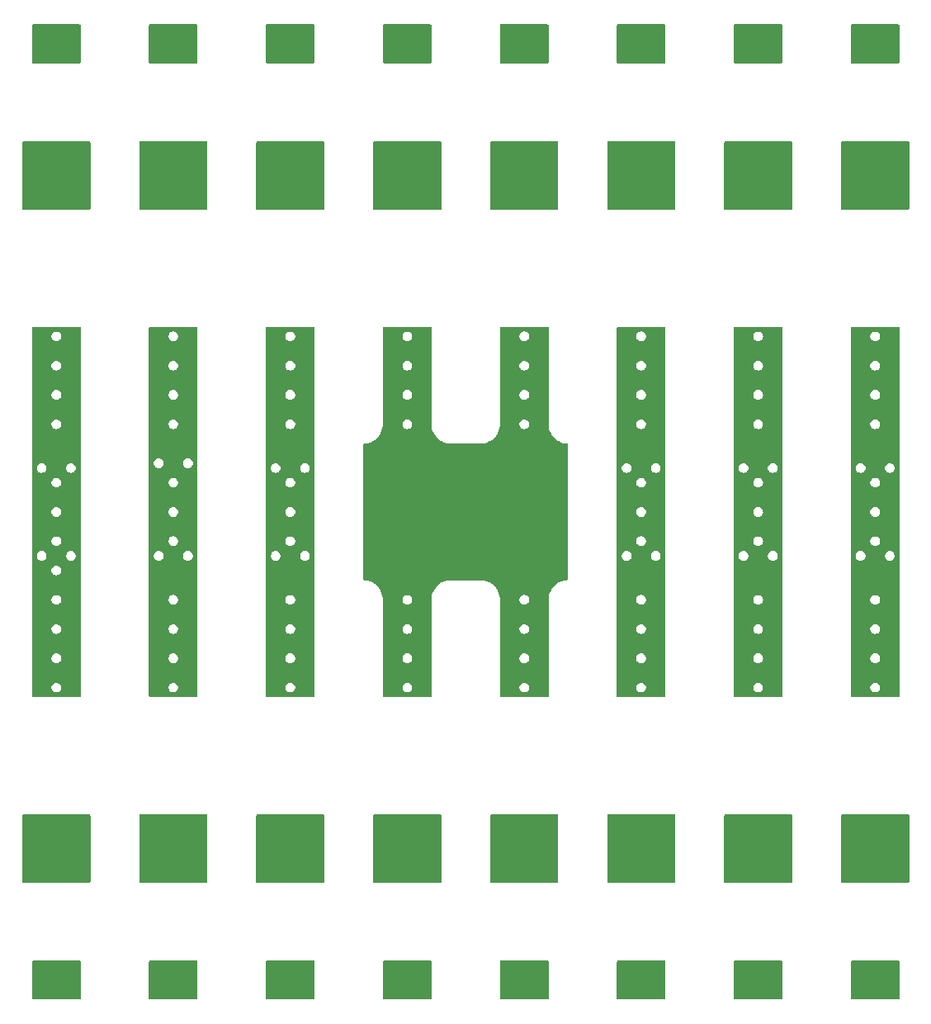
<source format=gbr>
G04 #@! TF.GenerationSoftware,KiCad,Pcbnew,8.0.1-8.0.1-1~ubuntu22.04.1*
G04 #@! TF.CreationDate,2024-03-30T19:46:48+00:00*
G04 #@! TF.ProjectId,DRY_FLEX,4452595f-464c-4455-982e-6b696361645f,v1.0*
G04 #@! TF.SameCoordinates,Original*
G04 #@! TF.FileFunction,Other,User*
%FSLAX46Y46*%
G04 Gerber Fmt 4.6, Leading zero omitted, Abs format (unit mm)*
G04 Created by KiCad (PCBNEW 8.0.1-8.0.1-1~ubuntu22.04.1) date 2024-03-30 19:46:48*
%MOMM*%
%LPD*%
G01*
G04 APERTURE LIST*
G04 APERTURE END LIST*
G36*
X62943039Y-28019685D02*
G01*
X62988794Y-28072489D01*
X63000000Y-28124000D01*
X63000000Y-34876000D01*
X62980315Y-34943039D01*
X62927511Y-34988794D01*
X62876000Y-35000000D01*
X56124000Y-35000000D01*
X56056961Y-34980315D01*
X56011206Y-34927511D01*
X56000000Y-34876000D01*
X56000000Y-28124000D01*
X56019685Y-28056961D01*
X56072489Y-28011206D01*
X56124000Y-28000000D01*
X62876000Y-28000000D01*
X62943039Y-28019685D01*
G37*
G36*
X109943039Y-47019685D02*
G01*
X109988794Y-47072489D01*
X110000000Y-47124000D01*
X110000000Y-84876000D01*
X109980315Y-84943039D01*
X109927511Y-84988794D01*
X109876000Y-85000000D01*
X105124000Y-85000000D01*
X105056961Y-84980315D01*
X105011206Y-84927511D01*
X105000000Y-84876000D01*
X105000000Y-84071523D01*
X107002544Y-84071523D01*
X107042844Y-84208774D01*
X107120180Y-84329111D01*
X107228288Y-84422788D01*
X107228291Y-84422790D01*
X107358408Y-84482213D01*
X107500000Y-84502570D01*
X107641591Y-84482213D01*
X107771708Y-84422790D01*
X107771711Y-84422788D01*
X107879819Y-84329111D01*
X107957155Y-84208774D01*
X107997455Y-84071525D01*
X107997455Y-84071523D01*
X107999999Y-84000000D01*
X107997455Y-83928476D01*
X107997455Y-83928474D01*
X107957155Y-83791225D01*
X107879819Y-83670888D01*
X107771711Y-83577211D01*
X107771708Y-83577209D01*
X107641591Y-83517786D01*
X107500000Y-83497429D01*
X107358408Y-83517786D01*
X107228291Y-83577209D01*
X107228288Y-83577211D01*
X107120180Y-83670888D01*
X107042844Y-83791225D01*
X107002544Y-83928476D01*
X107002544Y-84071523D01*
X105000000Y-84071523D01*
X105000000Y-81071523D01*
X107002544Y-81071523D01*
X107042844Y-81208774D01*
X107120180Y-81329111D01*
X107228288Y-81422788D01*
X107228291Y-81422790D01*
X107358408Y-81482213D01*
X107500000Y-81502570D01*
X107641591Y-81482213D01*
X107771708Y-81422790D01*
X107771711Y-81422788D01*
X107879819Y-81329111D01*
X107957155Y-81208774D01*
X107997455Y-81071525D01*
X107997455Y-81071523D01*
X107999999Y-81000000D01*
X107997455Y-80928476D01*
X107997455Y-80928474D01*
X107957155Y-80791225D01*
X107879819Y-80670888D01*
X107771711Y-80577211D01*
X107771708Y-80577209D01*
X107641591Y-80517786D01*
X107500000Y-80497429D01*
X107358408Y-80517786D01*
X107228291Y-80577209D01*
X107228288Y-80577211D01*
X107120180Y-80670888D01*
X107042844Y-80791225D01*
X107002544Y-80928476D01*
X107002544Y-81071523D01*
X105000000Y-81071523D01*
X105000000Y-78071523D01*
X107002544Y-78071523D01*
X107042844Y-78208774D01*
X107120180Y-78329111D01*
X107228288Y-78422788D01*
X107228291Y-78422790D01*
X107358408Y-78482213D01*
X107500000Y-78502570D01*
X107641591Y-78482213D01*
X107771708Y-78422790D01*
X107771711Y-78422788D01*
X107879819Y-78329111D01*
X107957155Y-78208774D01*
X107997455Y-78071525D01*
X107997455Y-78071523D01*
X107999999Y-78000000D01*
X107997455Y-77928476D01*
X107997455Y-77928474D01*
X107957155Y-77791225D01*
X107879819Y-77670888D01*
X107771711Y-77577211D01*
X107771708Y-77577209D01*
X107641591Y-77517786D01*
X107500000Y-77497429D01*
X107358408Y-77517786D01*
X107228291Y-77577209D01*
X107228288Y-77577211D01*
X107120180Y-77670888D01*
X107042844Y-77791225D01*
X107002544Y-77928476D01*
X107002544Y-78071523D01*
X105000000Y-78071523D01*
X105000000Y-75071523D01*
X107002544Y-75071523D01*
X107042844Y-75208774D01*
X107120180Y-75329111D01*
X107228288Y-75422788D01*
X107228291Y-75422790D01*
X107358408Y-75482213D01*
X107500000Y-75502570D01*
X107641591Y-75482213D01*
X107771708Y-75422790D01*
X107771711Y-75422788D01*
X107879819Y-75329111D01*
X107957155Y-75208774D01*
X107997455Y-75071525D01*
X107997455Y-75071523D01*
X107999999Y-75000000D01*
X107997455Y-74928476D01*
X107997455Y-74928474D01*
X107957155Y-74791225D01*
X107879819Y-74670888D01*
X107771711Y-74577211D01*
X107771708Y-74577209D01*
X107641591Y-74517786D01*
X107500000Y-74497429D01*
X107358408Y-74517786D01*
X107228291Y-74577209D01*
X107228288Y-74577211D01*
X107120180Y-74670888D01*
X107042844Y-74791225D01*
X107002544Y-74928476D01*
X107002544Y-75071523D01*
X105000000Y-75071523D01*
X105000000Y-70571523D01*
X105502544Y-70571523D01*
X105542844Y-70708774D01*
X105620180Y-70829111D01*
X105728288Y-70922788D01*
X105728291Y-70922790D01*
X105858408Y-70982213D01*
X106000000Y-71002570D01*
X106141591Y-70982213D01*
X106271708Y-70922790D01*
X106271711Y-70922788D01*
X106379819Y-70829111D01*
X106457155Y-70708774D01*
X106497455Y-70571525D01*
X106497455Y-70571523D01*
X108502544Y-70571523D01*
X108542844Y-70708774D01*
X108620180Y-70829111D01*
X108728288Y-70922788D01*
X108728291Y-70922790D01*
X108858408Y-70982213D01*
X109000000Y-71002570D01*
X109141591Y-70982213D01*
X109271708Y-70922790D01*
X109271711Y-70922788D01*
X109379819Y-70829111D01*
X109457155Y-70708774D01*
X109497455Y-70571525D01*
X109497455Y-70571523D01*
X109499999Y-70500000D01*
X109497455Y-70428476D01*
X109497455Y-70428474D01*
X109457155Y-70291225D01*
X109379819Y-70170888D01*
X109271711Y-70077211D01*
X109271708Y-70077209D01*
X109141591Y-70017786D01*
X109000000Y-69997429D01*
X108858408Y-70017786D01*
X108728291Y-70077209D01*
X108728288Y-70077211D01*
X108620180Y-70170888D01*
X108542844Y-70291225D01*
X108502544Y-70428476D01*
X108502544Y-70571523D01*
X106497455Y-70571523D01*
X106499999Y-70500000D01*
X106497455Y-70428476D01*
X106497455Y-70428474D01*
X106457155Y-70291225D01*
X106379819Y-70170888D01*
X106271711Y-70077211D01*
X106271708Y-70077209D01*
X106141591Y-70017786D01*
X106000000Y-69997429D01*
X105858408Y-70017786D01*
X105728291Y-70077209D01*
X105728288Y-70077211D01*
X105620180Y-70170888D01*
X105542844Y-70291225D01*
X105502544Y-70428476D01*
X105502544Y-70571523D01*
X105000000Y-70571523D01*
X105000000Y-69071523D01*
X107002544Y-69071523D01*
X107042844Y-69208774D01*
X107120180Y-69329111D01*
X107228288Y-69422788D01*
X107228291Y-69422790D01*
X107358408Y-69482213D01*
X107500000Y-69502570D01*
X107641591Y-69482213D01*
X107771708Y-69422790D01*
X107771711Y-69422788D01*
X107879819Y-69329111D01*
X107957155Y-69208774D01*
X107997455Y-69071525D01*
X107997455Y-69071523D01*
X107999999Y-69000000D01*
X107997455Y-68928476D01*
X107997455Y-68928474D01*
X107957155Y-68791225D01*
X107879819Y-68670888D01*
X107771711Y-68577211D01*
X107771708Y-68577209D01*
X107641591Y-68517786D01*
X107500000Y-68497429D01*
X107358408Y-68517786D01*
X107228291Y-68577209D01*
X107228288Y-68577211D01*
X107120180Y-68670888D01*
X107042844Y-68791225D01*
X107002544Y-68928476D01*
X107002544Y-69071523D01*
X105000000Y-69071523D01*
X105000000Y-66071523D01*
X107002544Y-66071523D01*
X107042844Y-66208774D01*
X107120180Y-66329111D01*
X107228288Y-66422788D01*
X107228291Y-66422790D01*
X107358408Y-66482213D01*
X107500000Y-66502570D01*
X107641591Y-66482213D01*
X107771708Y-66422790D01*
X107771711Y-66422788D01*
X107879819Y-66329111D01*
X107957155Y-66208774D01*
X107997455Y-66071525D01*
X107997455Y-66071523D01*
X107999999Y-66000000D01*
X107997455Y-65928476D01*
X107997455Y-65928474D01*
X107957155Y-65791225D01*
X107879819Y-65670888D01*
X107771711Y-65577211D01*
X107771708Y-65577209D01*
X107641591Y-65517786D01*
X107500000Y-65497429D01*
X107358408Y-65517786D01*
X107228291Y-65577209D01*
X107228288Y-65577211D01*
X107120180Y-65670888D01*
X107042844Y-65791225D01*
X107002544Y-65928476D01*
X107002544Y-66071523D01*
X105000000Y-66071523D01*
X105000000Y-63071523D01*
X107002545Y-63071523D01*
X107042847Y-63208777D01*
X107120181Y-63329111D01*
X107120185Y-63329115D01*
X107228284Y-63422784D01*
X107228293Y-63422790D01*
X107358407Y-63482211D01*
X107500000Y-63502569D01*
X107641591Y-63482211D01*
X107641592Y-63482211D01*
X107771706Y-63422790D01*
X107771715Y-63422784D01*
X107879814Y-63329115D01*
X107879818Y-63329111D01*
X107957152Y-63208777D01*
X107997454Y-63071523D01*
X107999998Y-63000000D01*
X107997454Y-62928476D01*
X107957152Y-62791222D01*
X107879818Y-62670888D01*
X107879814Y-62670884D01*
X107771715Y-62577215D01*
X107771706Y-62577209D01*
X107641592Y-62517788D01*
X107500000Y-62497430D01*
X107358408Y-62517788D01*
X107358407Y-62517788D01*
X107228293Y-62577209D01*
X107228284Y-62577215D01*
X107120185Y-62670884D01*
X107120181Y-62670888D01*
X107042847Y-62791222D01*
X107002545Y-62928476D01*
X107002545Y-63071523D01*
X105000000Y-63071523D01*
X105000000Y-61571523D01*
X105502544Y-61571523D01*
X105542844Y-61708774D01*
X105620180Y-61829111D01*
X105728288Y-61922788D01*
X105728291Y-61922790D01*
X105858408Y-61982213D01*
X106000000Y-62002570D01*
X106141591Y-61982213D01*
X106271708Y-61922790D01*
X106271711Y-61922788D01*
X106379819Y-61829111D01*
X106457155Y-61708774D01*
X106497455Y-61571525D01*
X106497455Y-61571523D01*
X108502544Y-61571523D01*
X108542844Y-61708774D01*
X108620180Y-61829111D01*
X108728288Y-61922788D01*
X108728291Y-61922790D01*
X108858408Y-61982213D01*
X109000000Y-62002570D01*
X109141591Y-61982213D01*
X109271708Y-61922790D01*
X109271711Y-61922788D01*
X109379819Y-61829111D01*
X109457155Y-61708774D01*
X109497455Y-61571525D01*
X109497455Y-61571523D01*
X109499999Y-61500000D01*
X109497455Y-61428476D01*
X109497455Y-61428474D01*
X109457155Y-61291225D01*
X109379819Y-61170888D01*
X109271711Y-61077211D01*
X109271708Y-61077209D01*
X109141591Y-61017786D01*
X109000000Y-60997429D01*
X108858408Y-61017786D01*
X108728291Y-61077209D01*
X108728288Y-61077211D01*
X108620180Y-61170888D01*
X108542844Y-61291225D01*
X108502544Y-61428476D01*
X108502544Y-61571523D01*
X106497455Y-61571523D01*
X106499999Y-61500000D01*
X106497455Y-61428476D01*
X106497455Y-61428474D01*
X106457155Y-61291225D01*
X106379819Y-61170888D01*
X106271711Y-61077211D01*
X106271708Y-61077209D01*
X106141591Y-61017786D01*
X106000000Y-60997429D01*
X105858408Y-61017786D01*
X105728291Y-61077209D01*
X105728288Y-61077211D01*
X105620180Y-61170888D01*
X105542844Y-61291225D01*
X105502544Y-61428476D01*
X105502544Y-61571523D01*
X105000000Y-61571523D01*
X105000000Y-57071523D01*
X107002544Y-57071523D01*
X107042844Y-57208774D01*
X107120180Y-57329111D01*
X107228288Y-57422788D01*
X107228291Y-57422790D01*
X107358408Y-57482213D01*
X107500000Y-57502570D01*
X107641591Y-57482213D01*
X107771708Y-57422790D01*
X107771711Y-57422788D01*
X107879819Y-57329111D01*
X107957155Y-57208774D01*
X107997455Y-57071525D01*
X107997455Y-57071523D01*
X107999999Y-57000000D01*
X107997455Y-56928476D01*
X107997455Y-56928474D01*
X107957155Y-56791225D01*
X107879819Y-56670888D01*
X107771711Y-56577211D01*
X107771708Y-56577209D01*
X107641591Y-56517786D01*
X107500000Y-56497429D01*
X107358408Y-56517786D01*
X107228291Y-56577209D01*
X107228288Y-56577211D01*
X107120180Y-56670888D01*
X107042844Y-56791225D01*
X107002544Y-56928476D01*
X107002544Y-57071523D01*
X105000000Y-57071523D01*
X105000000Y-54071523D01*
X107002544Y-54071523D01*
X107042844Y-54208774D01*
X107120180Y-54329111D01*
X107228288Y-54422788D01*
X107228291Y-54422790D01*
X107358408Y-54482213D01*
X107500000Y-54502570D01*
X107641591Y-54482213D01*
X107771708Y-54422790D01*
X107771711Y-54422788D01*
X107879819Y-54329111D01*
X107957155Y-54208774D01*
X107997455Y-54071525D01*
X107997455Y-54071523D01*
X107999999Y-54000000D01*
X107997455Y-53928476D01*
X107997455Y-53928474D01*
X107957155Y-53791225D01*
X107879819Y-53670888D01*
X107771711Y-53577211D01*
X107771708Y-53577209D01*
X107641591Y-53517786D01*
X107500000Y-53497429D01*
X107358408Y-53517786D01*
X107228291Y-53577209D01*
X107228288Y-53577211D01*
X107120180Y-53670888D01*
X107042844Y-53791225D01*
X107002544Y-53928476D01*
X107002544Y-54071523D01*
X105000000Y-54071523D01*
X105000000Y-51071523D01*
X107002544Y-51071523D01*
X107042844Y-51208774D01*
X107120180Y-51329111D01*
X107228288Y-51422788D01*
X107228291Y-51422790D01*
X107358408Y-51482213D01*
X107500000Y-51502570D01*
X107641591Y-51482213D01*
X107771708Y-51422790D01*
X107771711Y-51422788D01*
X107879819Y-51329111D01*
X107957155Y-51208774D01*
X107997455Y-51071525D01*
X107997455Y-51071523D01*
X107999999Y-51000000D01*
X107997455Y-50928476D01*
X107997455Y-50928474D01*
X107957155Y-50791225D01*
X107879819Y-50670888D01*
X107771711Y-50577211D01*
X107771708Y-50577209D01*
X107641591Y-50517786D01*
X107500000Y-50497429D01*
X107358408Y-50517786D01*
X107228291Y-50577209D01*
X107228288Y-50577211D01*
X107120180Y-50670888D01*
X107042844Y-50791225D01*
X107002544Y-50928476D01*
X107002544Y-51071523D01*
X105000000Y-51071523D01*
X105000000Y-48071523D01*
X107002544Y-48071523D01*
X107042844Y-48208774D01*
X107120180Y-48329111D01*
X107228288Y-48422788D01*
X107228291Y-48422790D01*
X107358408Y-48482213D01*
X107500000Y-48502570D01*
X107641591Y-48482213D01*
X107771708Y-48422790D01*
X107771711Y-48422788D01*
X107879819Y-48329111D01*
X107957155Y-48208774D01*
X107997455Y-48071525D01*
X107997455Y-48071523D01*
X107999999Y-48000000D01*
X107997455Y-47928476D01*
X107997455Y-47928474D01*
X107957155Y-47791225D01*
X107879819Y-47670888D01*
X107771711Y-47577211D01*
X107771708Y-47577209D01*
X107641591Y-47517786D01*
X107500000Y-47497429D01*
X107358408Y-47517786D01*
X107228291Y-47577209D01*
X107228288Y-47577211D01*
X107120180Y-47670888D01*
X107042844Y-47791225D01*
X107002544Y-47928476D01*
X107002544Y-48071523D01*
X105000000Y-48071523D01*
X105000000Y-47124000D01*
X105019685Y-47056961D01*
X105072489Y-47011206D01*
X105124000Y-47000000D01*
X109876000Y-47000000D01*
X109943039Y-47019685D01*
G37*
G36*
X109943039Y-112019685D02*
G01*
X109988794Y-112072489D01*
X110000000Y-112124000D01*
X110000000Y-115876000D01*
X109980315Y-115943039D01*
X109927511Y-115988794D01*
X109876000Y-116000000D01*
X105124000Y-116000000D01*
X105056961Y-115980315D01*
X105011206Y-115927511D01*
X105000000Y-115876000D01*
X105000000Y-112124000D01*
X105019685Y-112056961D01*
X105072489Y-112011206D01*
X105124000Y-112000000D01*
X109876000Y-112000000D01*
X109943039Y-112019685D01*
G37*
G36*
X110943039Y-97019685D02*
G01*
X110988794Y-97072489D01*
X111000000Y-97124000D01*
X111000000Y-103876000D01*
X110980315Y-103943039D01*
X110927511Y-103988794D01*
X110876000Y-104000000D01*
X104124000Y-104000000D01*
X104056961Y-103980315D01*
X104011206Y-103927511D01*
X104000000Y-103876000D01*
X104000000Y-97124000D01*
X104019685Y-97056961D01*
X104072489Y-97011206D01*
X104124000Y-97000000D01*
X110876000Y-97000000D01*
X110943039Y-97019685D01*
G37*
G36*
X86943039Y-97019685D02*
G01*
X86988794Y-97072489D01*
X87000000Y-97124000D01*
X87000000Y-103876000D01*
X86980315Y-103943039D01*
X86927511Y-103988794D01*
X86876000Y-104000000D01*
X80124000Y-104000000D01*
X80056961Y-103980315D01*
X80011206Y-103927511D01*
X80000000Y-103876000D01*
X80000000Y-97124000D01*
X80019685Y-97056961D01*
X80072489Y-97011206D01*
X80124000Y-97000000D01*
X86876000Y-97000000D01*
X86943039Y-97019685D01*
G37*
G36*
X61943039Y-112019685D02*
G01*
X61988794Y-112072489D01*
X62000000Y-112124000D01*
X62000000Y-115876000D01*
X61980315Y-115943039D01*
X61927511Y-115988794D01*
X61876000Y-116000000D01*
X57124000Y-116000000D01*
X57056961Y-115980315D01*
X57011206Y-115927511D01*
X57000000Y-115876000D01*
X57000000Y-112124000D01*
X57019685Y-112056961D01*
X57072489Y-112011206D01*
X57124000Y-112000000D01*
X61876000Y-112000000D01*
X61943039Y-112019685D01*
G37*
G36*
X49943039Y-112019685D02*
G01*
X49988794Y-112072489D01*
X50000000Y-112124000D01*
X50000000Y-115876000D01*
X49980315Y-115943039D01*
X49927511Y-115988794D01*
X49876000Y-116000000D01*
X45124000Y-116000000D01*
X45056961Y-115980315D01*
X45011206Y-115927511D01*
X45000000Y-115876000D01*
X45000000Y-112124000D01*
X45019685Y-112056961D01*
X45072489Y-112011206D01*
X45124000Y-112000000D01*
X49876000Y-112000000D01*
X49943039Y-112019685D01*
G37*
G36*
X97943039Y-47019685D02*
G01*
X97988794Y-47072489D01*
X98000000Y-47124000D01*
X98000000Y-84876000D01*
X97980315Y-84943039D01*
X97927511Y-84988794D01*
X97876000Y-85000000D01*
X93124000Y-85000000D01*
X93056961Y-84980315D01*
X93011206Y-84927511D01*
X93000000Y-84876000D01*
X93000000Y-84071523D01*
X95002544Y-84071523D01*
X95042844Y-84208774D01*
X95120180Y-84329111D01*
X95228288Y-84422788D01*
X95228291Y-84422790D01*
X95358408Y-84482213D01*
X95500000Y-84502570D01*
X95641591Y-84482213D01*
X95771708Y-84422790D01*
X95771711Y-84422788D01*
X95879819Y-84329111D01*
X95957155Y-84208774D01*
X95997455Y-84071525D01*
X95997455Y-84071523D01*
X95999999Y-84000000D01*
X95997455Y-83928476D01*
X95997455Y-83928474D01*
X95957155Y-83791225D01*
X95879819Y-83670888D01*
X95771711Y-83577211D01*
X95771708Y-83577209D01*
X95641591Y-83517786D01*
X95500000Y-83497429D01*
X95358408Y-83517786D01*
X95228291Y-83577209D01*
X95228288Y-83577211D01*
X95120180Y-83670888D01*
X95042844Y-83791225D01*
X95002544Y-83928476D01*
X95002544Y-84071523D01*
X93000000Y-84071523D01*
X93000000Y-81071523D01*
X95002544Y-81071523D01*
X95042844Y-81208774D01*
X95120180Y-81329111D01*
X95228288Y-81422788D01*
X95228291Y-81422790D01*
X95358408Y-81482213D01*
X95500000Y-81502570D01*
X95641591Y-81482213D01*
X95771708Y-81422790D01*
X95771711Y-81422788D01*
X95879819Y-81329111D01*
X95957155Y-81208774D01*
X95997455Y-81071525D01*
X95997455Y-81071523D01*
X95999999Y-81000000D01*
X95997455Y-80928476D01*
X95997455Y-80928474D01*
X95957155Y-80791225D01*
X95879819Y-80670888D01*
X95771711Y-80577211D01*
X95771708Y-80577209D01*
X95641591Y-80517786D01*
X95500000Y-80497429D01*
X95358408Y-80517786D01*
X95228291Y-80577209D01*
X95228288Y-80577211D01*
X95120180Y-80670888D01*
X95042844Y-80791225D01*
X95002544Y-80928476D01*
X95002544Y-81071523D01*
X93000000Y-81071523D01*
X93000000Y-78071523D01*
X95002544Y-78071523D01*
X95042844Y-78208774D01*
X95120180Y-78329111D01*
X95228288Y-78422788D01*
X95228291Y-78422790D01*
X95358408Y-78482213D01*
X95500000Y-78502570D01*
X95641591Y-78482213D01*
X95771708Y-78422790D01*
X95771711Y-78422788D01*
X95879819Y-78329111D01*
X95957155Y-78208774D01*
X95997455Y-78071525D01*
X95997455Y-78071523D01*
X95999999Y-78000000D01*
X95997455Y-77928476D01*
X95997455Y-77928474D01*
X95957155Y-77791225D01*
X95879819Y-77670888D01*
X95771711Y-77577211D01*
X95771708Y-77577209D01*
X95641591Y-77517786D01*
X95500000Y-77497429D01*
X95358408Y-77517786D01*
X95228291Y-77577209D01*
X95228288Y-77577211D01*
X95120180Y-77670888D01*
X95042844Y-77791225D01*
X95002544Y-77928476D01*
X95002544Y-78071523D01*
X93000000Y-78071523D01*
X93000000Y-75071523D01*
X95002544Y-75071523D01*
X95042844Y-75208774D01*
X95120180Y-75329111D01*
X95228288Y-75422788D01*
X95228291Y-75422790D01*
X95358408Y-75482213D01*
X95500000Y-75502570D01*
X95641591Y-75482213D01*
X95771708Y-75422790D01*
X95771711Y-75422788D01*
X95879819Y-75329111D01*
X95957155Y-75208774D01*
X95997455Y-75071525D01*
X95997455Y-75071523D01*
X95999999Y-75000000D01*
X95997455Y-74928476D01*
X95997455Y-74928474D01*
X95957155Y-74791225D01*
X95879819Y-74670888D01*
X95771711Y-74577211D01*
X95771708Y-74577209D01*
X95641591Y-74517786D01*
X95500000Y-74497429D01*
X95358408Y-74517786D01*
X95228291Y-74577209D01*
X95228288Y-74577211D01*
X95120180Y-74670888D01*
X95042844Y-74791225D01*
X95002544Y-74928476D01*
X95002544Y-75071523D01*
X93000000Y-75071523D01*
X93000000Y-70571523D01*
X93502544Y-70571523D01*
X93542844Y-70708774D01*
X93620180Y-70829111D01*
X93728288Y-70922788D01*
X93728291Y-70922790D01*
X93858408Y-70982213D01*
X94000000Y-71002570D01*
X94141591Y-70982213D01*
X94271708Y-70922790D01*
X94271711Y-70922788D01*
X94379819Y-70829111D01*
X94457155Y-70708774D01*
X94497455Y-70571525D01*
X94497455Y-70571523D01*
X96502544Y-70571523D01*
X96542844Y-70708774D01*
X96620180Y-70829111D01*
X96728288Y-70922788D01*
X96728291Y-70922790D01*
X96858408Y-70982213D01*
X97000000Y-71002570D01*
X97141591Y-70982213D01*
X97271708Y-70922790D01*
X97271711Y-70922788D01*
X97379819Y-70829111D01*
X97457155Y-70708774D01*
X97497455Y-70571525D01*
X97497455Y-70571523D01*
X97499999Y-70500000D01*
X97497455Y-70428476D01*
X97497455Y-70428474D01*
X97457155Y-70291225D01*
X97379819Y-70170888D01*
X97271711Y-70077211D01*
X97271708Y-70077209D01*
X97141591Y-70017786D01*
X97000000Y-69997429D01*
X96858408Y-70017786D01*
X96728291Y-70077209D01*
X96728288Y-70077211D01*
X96620180Y-70170888D01*
X96542844Y-70291225D01*
X96502544Y-70428476D01*
X96502544Y-70571523D01*
X94497455Y-70571523D01*
X94499999Y-70500000D01*
X94497455Y-70428476D01*
X94497455Y-70428474D01*
X94457155Y-70291225D01*
X94379819Y-70170888D01*
X94271711Y-70077211D01*
X94271708Y-70077209D01*
X94141591Y-70017786D01*
X94000000Y-69997429D01*
X93858408Y-70017786D01*
X93728291Y-70077209D01*
X93728288Y-70077211D01*
X93620180Y-70170888D01*
X93542844Y-70291225D01*
X93502544Y-70428476D01*
X93502544Y-70571523D01*
X93000000Y-70571523D01*
X93000000Y-69071523D01*
X95002544Y-69071523D01*
X95042844Y-69208774D01*
X95120180Y-69329111D01*
X95228288Y-69422788D01*
X95228291Y-69422790D01*
X95358408Y-69482213D01*
X95500000Y-69502570D01*
X95641591Y-69482213D01*
X95771708Y-69422790D01*
X95771711Y-69422788D01*
X95879819Y-69329111D01*
X95957155Y-69208774D01*
X95997455Y-69071525D01*
X95997455Y-69071523D01*
X95999999Y-69000000D01*
X95997455Y-68928476D01*
X95997455Y-68928474D01*
X95957155Y-68791225D01*
X95879819Y-68670888D01*
X95771711Y-68577211D01*
X95771708Y-68577209D01*
X95641591Y-68517786D01*
X95500000Y-68497429D01*
X95358408Y-68517786D01*
X95228291Y-68577209D01*
X95228288Y-68577211D01*
X95120180Y-68670888D01*
X95042844Y-68791225D01*
X95002544Y-68928476D01*
X95002544Y-69071523D01*
X93000000Y-69071523D01*
X93000000Y-66071523D01*
X95002544Y-66071523D01*
X95042844Y-66208774D01*
X95120180Y-66329111D01*
X95228288Y-66422788D01*
X95228291Y-66422790D01*
X95358408Y-66482213D01*
X95500000Y-66502570D01*
X95641591Y-66482213D01*
X95771708Y-66422790D01*
X95771711Y-66422788D01*
X95879819Y-66329111D01*
X95957155Y-66208774D01*
X95997455Y-66071525D01*
X95997455Y-66071523D01*
X95999999Y-66000000D01*
X95997455Y-65928476D01*
X95997455Y-65928474D01*
X95957155Y-65791225D01*
X95879819Y-65670888D01*
X95771711Y-65577211D01*
X95771708Y-65577209D01*
X95641591Y-65517786D01*
X95500000Y-65497429D01*
X95358408Y-65517786D01*
X95228291Y-65577209D01*
X95228288Y-65577211D01*
X95120180Y-65670888D01*
X95042844Y-65791225D01*
X95002544Y-65928476D01*
X95002544Y-66071523D01*
X93000000Y-66071523D01*
X93000000Y-63071523D01*
X95002545Y-63071523D01*
X95042847Y-63208777D01*
X95120181Y-63329111D01*
X95120185Y-63329115D01*
X95228284Y-63422784D01*
X95228293Y-63422790D01*
X95358407Y-63482211D01*
X95500000Y-63502569D01*
X95641591Y-63482211D01*
X95641592Y-63482211D01*
X95771706Y-63422790D01*
X95771715Y-63422784D01*
X95879814Y-63329115D01*
X95879818Y-63329111D01*
X95957152Y-63208777D01*
X95997454Y-63071523D01*
X95999998Y-63000000D01*
X95997454Y-62928476D01*
X95957152Y-62791222D01*
X95879818Y-62670888D01*
X95879814Y-62670884D01*
X95771715Y-62577215D01*
X95771706Y-62577209D01*
X95641592Y-62517788D01*
X95500000Y-62497430D01*
X95358408Y-62517788D01*
X95358407Y-62517788D01*
X95228293Y-62577209D01*
X95228284Y-62577215D01*
X95120185Y-62670884D01*
X95120181Y-62670888D01*
X95042847Y-62791222D01*
X95002545Y-62928476D01*
X95002545Y-63071523D01*
X93000000Y-63071523D01*
X93000000Y-61571523D01*
X93502544Y-61571523D01*
X93542844Y-61708774D01*
X93620180Y-61829111D01*
X93728288Y-61922788D01*
X93728291Y-61922790D01*
X93858408Y-61982213D01*
X94000000Y-62002570D01*
X94141591Y-61982213D01*
X94271708Y-61922790D01*
X94271711Y-61922788D01*
X94379819Y-61829111D01*
X94457155Y-61708774D01*
X94497455Y-61571525D01*
X94497455Y-61571523D01*
X96502544Y-61571523D01*
X96542844Y-61708774D01*
X96620180Y-61829111D01*
X96728288Y-61922788D01*
X96728291Y-61922790D01*
X96858408Y-61982213D01*
X97000000Y-62002570D01*
X97141591Y-61982213D01*
X97271708Y-61922790D01*
X97271711Y-61922788D01*
X97379819Y-61829111D01*
X97457155Y-61708774D01*
X97497455Y-61571525D01*
X97497455Y-61571523D01*
X97499999Y-61500000D01*
X97497455Y-61428476D01*
X97497455Y-61428474D01*
X97457155Y-61291225D01*
X97379819Y-61170888D01*
X97271711Y-61077211D01*
X97271708Y-61077209D01*
X97141591Y-61017786D01*
X97000000Y-60997429D01*
X96858408Y-61017786D01*
X96728291Y-61077209D01*
X96728288Y-61077211D01*
X96620180Y-61170888D01*
X96542844Y-61291225D01*
X96502544Y-61428476D01*
X96502544Y-61571523D01*
X94497455Y-61571523D01*
X94499999Y-61500000D01*
X94497455Y-61428476D01*
X94497455Y-61428474D01*
X94457155Y-61291225D01*
X94379819Y-61170888D01*
X94271711Y-61077211D01*
X94271708Y-61077209D01*
X94141591Y-61017786D01*
X94000000Y-60997429D01*
X93858408Y-61017786D01*
X93728291Y-61077209D01*
X93728288Y-61077211D01*
X93620180Y-61170888D01*
X93542844Y-61291225D01*
X93502544Y-61428476D01*
X93502544Y-61571523D01*
X93000000Y-61571523D01*
X93000000Y-57071523D01*
X95002544Y-57071523D01*
X95042844Y-57208774D01*
X95120180Y-57329111D01*
X95228288Y-57422788D01*
X95228291Y-57422790D01*
X95358408Y-57482213D01*
X95500000Y-57502570D01*
X95641591Y-57482213D01*
X95771708Y-57422790D01*
X95771711Y-57422788D01*
X95879819Y-57329111D01*
X95957155Y-57208774D01*
X95997455Y-57071525D01*
X95997455Y-57071523D01*
X95999999Y-57000000D01*
X95997455Y-56928476D01*
X95997455Y-56928474D01*
X95957155Y-56791225D01*
X95879819Y-56670888D01*
X95771711Y-56577211D01*
X95771708Y-56577209D01*
X95641591Y-56517786D01*
X95500000Y-56497429D01*
X95358408Y-56517786D01*
X95228291Y-56577209D01*
X95228288Y-56577211D01*
X95120180Y-56670888D01*
X95042844Y-56791225D01*
X95002544Y-56928476D01*
X95002544Y-57071523D01*
X93000000Y-57071523D01*
X93000000Y-54071523D01*
X95002544Y-54071523D01*
X95042844Y-54208774D01*
X95120180Y-54329111D01*
X95228288Y-54422788D01*
X95228291Y-54422790D01*
X95358408Y-54482213D01*
X95500000Y-54502570D01*
X95641591Y-54482213D01*
X95771708Y-54422790D01*
X95771711Y-54422788D01*
X95879819Y-54329111D01*
X95957155Y-54208774D01*
X95997455Y-54071525D01*
X95997455Y-54071523D01*
X95999999Y-54000000D01*
X95997455Y-53928476D01*
X95997455Y-53928474D01*
X95957155Y-53791225D01*
X95879819Y-53670888D01*
X95771711Y-53577211D01*
X95771708Y-53577209D01*
X95641591Y-53517786D01*
X95500000Y-53497429D01*
X95358408Y-53517786D01*
X95228291Y-53577209D01*
X95228288Y-53577211D01*
X95120180Y-53670888D01*
X95042844Y-53791225D01*
X95002544Y-53928476D01*
X95002544Y-54071523D01*
X93000000Y-54071523D01*
X93000000Y-51071523D01*
X95002544Y-51071523D01*
X95042844Y-51208774D01*
X95120180Y-51329111D01*
X95228288Y-51422788D01*
X95228291Y-51422790D01*
X95358408Y-51482213D01*
X95500000Y-51502570D01*
X95641591Y-51482213D01*
X95771708Y-51422790D01*
X95771711Y-51422788D01*
X95879819Y-51329111D01*
X95957155Y-51208774D01*
X95997455Y-51071525D01*
X95997455Y-51071523D01*
X95999999Y-51000000D01*
X95997455Y-50928476D01*
X95997455Y-50928474D01*
X95957155Y-50791225D01*
X95879819Y-50670888D01*
X95771711Y-50577211D01*
X95771708Y-50577209D01*
X95641591Y-50517786D01*
X95500000Y-50497429D01*
X95358408Y-50517786D01*
X95228291Y-50577209D01*
X95228288Y-50577211D01*
X95120180Y-50670888D01*
X95042844Y-50791225D01*
X95002544Y-50928476D01*
X95002544Y-51071523D01*
X93000000Y-51071523D01*
X93000000Y-48071523D01*
X95002544Y-48071523D01*
X95042844Y-48208774D01*
X95120180Y-48329111D01*
X95228288Y-48422788D01*
X95228291Y-48422790D01*
X95358408Y-48482213D01*
X95500000Y-48502570D01*
X95641591Y-48482213D01*
X95771708Y-48422790D01*
X95771711Y-48422788D01*
X95879819Y-48329111D01*
X95957155Y-48208774D01*
X95997455Y-48071525D01*
X95997455Y-48071523D01*
X95999999Y-48000000D01*
X95997455Y-47928476D01*
X95997455Y-47928474D01*
X95957155Y-47791225D01*
X95879819Y-47670888D01*
X95771711Y-47577211D01*
X95771708Y-47577209D01*
X95641591Y-47517786D01*
X95500000Y-47497429D01*
X95358408Y-47517786D01*
X95228291Y-47577209D01*
X95228288Y-47577211D01*
X95120180Y-47670888D01*
X95042844Y-47791225D01*
X95002544Y-47928476D01*
X95002544Y-48071523D01*
X93000000Y-48071523D01*
X93000000Y-47124000D01*
X93019685Y-47056961D01*
X93072489Y-47011206D01*
X93124000Y-47000000D01*
X97876000Y-47000000D01*
X97943039Y-47019685D01*
G37*
G36*
X25943039Y-112019685D02*
G01*
X25988794Y-112072489D01*
X26000000Y-112124000D01*
X26000000Y-115876000D01*
X25980315Y-115943039D01*
X25927511Y-115988794D01*
X25876000Y-116000000D01*
X21124000Y-116000000D01*
X21056961Y-115980315D01*
X21011206Y-115927511D01*
X21000000Y-115876000D01*
X21000000Y-112124000D01*
X21019685Y-112056961D01*
X21072489Y-112011206D01*
X21124000Y-112000000D01*
X25876000Y-112000000D01*
X25943039Y-112019685D01*
G37*
G36*
X73943039Y-47019685D02*
G01*
X73988794Y-47072489D01*
X74000000Y-47124000D01*
X74000000Y-57000016D01*
X74002547Y-57142854D01*
X74002547Y-57142857D01*
X74043209Y-57425669D01*
X74043211Y-57425679D01*
X74123708Y-57699823D01*
X74238794Y-57951825D01*
X74250000Y-58003337D01*
X74250000Y-73996660D01*
X74238794Y-74048171D01*
X74123708Y-74300173D01*
X74043211Y-74574320D01*
X74043209Y-74574330D01*
X74002547Y-74857142D01*
X74002547Y-74857145D01*
X74000000Y-74999983D01*
X74000000Y-84876000D01*
X73980315Y-84943039D01*
X73927511Y-84988794D01*
X73876000Y-85000000D01*
X69124000Y-85000000D01*
X69056961Y-84980315D01*
X69011206Y-84927511D01*
X69000000Y-84876000D01*
X69000000Y-84071523D01*
X71002544Y-84071523D01*
X71042844Y-84208774D01*
X71120180Y-84329111D01*
X71228288Y-84422788D01*
X71228291Y-84422790D01*
X71358408Y-84482213D01*
X71500000Y-84502570D01*
X71641591Y-84482213D01*
X71771708Y-84422790D01*
X71771711Y-84422788D01*
X71879819Y-84329111D01*
X71957155Y-84208774D01*
X71997455Y-84071525D01*
X71997455Y-84071523D01*
X71999999Y-84000000D01*
X71997455Y-83928476D01*
X71997455Y-83928474D01*
X71957155Y-83791225D01*
X71879819Y-83670888D01*
X71771711Y-83577211D01*
X71771708Y-83577209D01*
X71641591Y-83517786D01*
X71500000Y-83497429D01*
X71358408Y-83517786D01*
X71228291Y-83577209D01*
X71228288Y-83577211D01*
X71120180Y-83670888D01*
X71042844Y-83791225D01*
X71002544Y-83928476D01*
X71002544Y-84071523D01*
X69000000Y-84071523D01*
X69000000Y-81071523D01*
X71002544Y-81071523D01*
X71042844Y-81208774D01*
X71120180Y-81329111D01*
X71228288Y-81422788D01*
X71228291Y-81422790D01*
X71358408Y-81482213D01*
X71500000Y-81502570D01*
X71641591Y-81482213D01*
X71771708Y-81422790D01*
X71771711Y-81422788D01*
X71879819Y-81329111D01*
X71957155Y-81208774D01*
X71997455Y-81071525D01*
X71997455Y-81071523D01*
X71999999Y-81000000D01*
X71997455Y-80928476D01*
X71997455Y-80928474D01*
X71957155Y-80791225D01*
X71879819Y-80670888D01*
X71771711Y-80577211D01*
X71771708Y-80577209D01*
X71641591Y-80517786D01*
X71500000Y-80497429D01*
X71358408Y-80517786D01*
X71228291Y-80577209D01*
X71228288Y-80577211D01*
X71120180Y-80670888D01*
X71042844Y-80791225D01*
X71002544Y-80928476D01*
X71002544Y-81071523D01*
X69000000Y-81071523D01*
X69000000Y-78071523D01*
X71002544Y-78071523D01*
X71042844Y-78208774D01*
X71120180Y-78329111D01*
X71228288Y-78422788D01*
X71228291Y-78422790D01*
X71358408Y-78482213D01*
X71500000Y-78502570D01*
X71641591Y-78482213D01*
X71771708Y-78422790D01*
X71771711Y-78422788D01*
X71879819Y-78329111D01*
X71957155Y-78208774D01*
X71997455Y-78071525D01*
X71997455Y-78071523D01*
X71999999Y-78000000D01*
X71997455Y-77928476D01*
X71997455Y-77928474D01*
X71957155Y-77791225D01*
X71879819Y-77670888D01*
X71771711Y-77577211D01*
X71771708Y-77577209D01*
X71641591Y-77517786D01*
X71500000Y-77497429D01*
X71358408Y-77517786D01*
X71228291Y-77577209D01*
X71228288Y-77577211D01*
X71120180Y-77670888D01*
X71042844Y-77791225D01*
X71002544Y-77928476D01*
X71002544Y-78071523D01*
X69000000Y-78071523D01*
X69000000Y-75071523D01*
X71002544Y-75071523D01*
X71042844Y-75208774D01*
X71120180Y-75329111D01*
X71228288Y-75422788D01*
X71228291Y-75422790D01*
X71358408Y-75482213D01*
X71500000Y-75502570D01*
X71641591Y-75482213D01*
X71771708Y-75422790D01*
X71771711Y-75422788D01*
X71879819Y-75329111D01*
X71957155Y-75208774D01*
X71997455Y-75071525D01*
X71997455Y-75071523D01*
X71999999Y-75000000D01*
X71997455Y-74928476D01*
X71997455Y-74928474D01*
X71957155Y-74791225D01*
X71879819Y-74670888D01*
X71771711Y-74577211D01*
X71771708Y-74577209D01*
X71641591Y-74517786D01*
X71500000Y-74497429D01*
X71358408Y-74517786D01*
X71228291Y-74577209D01*
X71228288Y-74577211D01*
X71120180Y-74670888D01*
X71042844Y-74791225D01*
X71002544Y-74928476D01*
X71002544Y-75071523D01*
X69000000Y-75071523D01*
X69000000Y-74999983D01*
X68997452Y-74857145D01*
X68997452Y-74857142D01*
X68956790Y-74574330D01*
X68956788Y-74574320D01*
X68876291Y-74300173D01*
X68761206Y-74048171D01*
X68750000Y-73996660D01*
X68750000Y-58003337D01*
X68761206Y-57951825D01*
X68876291Y-57699823D01*
X68956788Y-57425679D01*
X68956790Y-57425669D01*
X68997452Y-57142857D01*
X68997452Y-57142854D01*
X68998724Y-57071523D01*
X71002544Y-57071523D01*
X71042844Y-57208774D01*
X71120180Y-57329111D01*
X71228288Y-57422788D01*
X71228291Y-57422790D01*
X71358408Y-57482213D01*
X71500000Y-57502570D01*
X71641591Y-57482213D01*
X71771708Y-57422790D01*
X71771711Y-57422788D01*
X71879819Y-57329111D01*
X71957155Y-57208774D01*
X71997455Y-57071525D01*
X71997455Y-57071523D01*
X71999999Y-57000000D01*
X71997455Y-56928476D01*
X71997455Y-56928474D01*
X71957155Y-56791225D01*
X71879819Y-56670888D01*
X71771711Y-56577211D01*
X71771708Y-56577209D01*
X71641591Y-56517786D01*
X71500000Y-56497429D01*
X71358408Y-56517786D01*
X71228291Y-56577209D01*
X71228288Y-56577211D01*
X71120180Y-56670888D01*
X71042844Y-56791225D01*
X71002544Y-56928476D01*
X71002544Y-57071523D01*
X68998724Y-57071523D01*
X69000000Y-57000016D01*
X69000000Y-54071523D01*
X71002544Y-54071523D01*
X71042844Y-54208774D01*
X71120180Y-54329111D01*
X71228288Y-54422788D01*
X71228291Y-54422790D01*
X71358408Y-54482213D01*
X71500000Y-54502570D01*
X71641591Y-54482213D01*
X71771708Y-54422790D01*
X71771711Y-54422788D01*
X71879819Y-54329111D01*
X71957155Y-54208774D01*
X71997455Y-54071525D01*
X71997455Y-54071523D01*
X71999999Y-54000000D01*
X71997455Y-53928476D01*
X71997455Y-53928474D01*
X71957155Y-53791225D01*
X71879819Y-53670888D01*
X71771711Y-53577211D01*
X71771708Y-53577209D01*
X71641591Y-53517786D01*
X71500000Y-53497429D01*
X71358408Y-53517786D01*
X71228291Y-53577209D01*
X71228288Y-53577211D01*
X71120180Y-53670888D01*
X71042844Y-53791225D01*
X71002544Y-53928476D01*
X71002544Y-54071523D01*
X69000000Y-54071523D01*
X69000000Y-51071523D01*
X71002544Y-51071523D01*
X71042844Y-51208774D01*
X71120180Y-51329111D01*
X71228288Y-51422788D01*
X71228291Y-51422790D01*
X71358408Y-51482213D01*
X71500000Y-51502570D01*
X71641591Y-51482213D01*
X71771708Y-51422790D01*
X71771711Y-51422788D01*
X71879819Y-51329111D01*
X71957155Y-51208774D01*
X71997455Y-51071525D01*
X71997455Y-51071523D01*
X71999999Y-51000000D01*
X71997455Y-50928476D01*
X71997455Y-50928474D01*
X71957155Y-50791225D01*
X71879819Y-50670888D01*
X71771711Y-50577211D01*
X71771708Y-50577209D01*
X71641591Y-50517786D01*
X71500000Y-50497429D01*
X71358408Y-50517786D01*
X71228291Y-50577209D01*
X71228288Y-50577211D01*
X71120180Y-50670888D01*
X71042844Y-50791225D01*
X71002544Y-50928476D01*
X71002544Y-51071523D01*
X69000000Y-51071523D01*
X69000000Y-48071523D01*
X71002544Y-48071523D01*
X71042844Y-48208774D01*
X71120180Y-48329111D01*
X71228288Y-48422788D01*
X71228291Y-48422790D01*
X71358408Y-48482213D01*
X71500000Y-48502570D01*
X71641591Y-48482213D01*
X71771708Y-48422790D01*
X71771711Y-48422788D01*
X71879819Y-48329111D01*
X71957155Y-48208774D01*
X71997455Y-48071525D01*
X71997455Y-48071523D01*
X71999999Y-48000000D01*
X71997455Y-47928476D01*
X71997455Y-47928474D01*
X71957155Y-47791225D01*
X71879819Y-47670888D01*
X71771711Y-47577211D01*
X71771708Y-47577209D01*
X71641591Y-47517786D01*
X71500000Y-47497429D01*
X71358408Y-47517786D01*
X71228291Y-47577209D01*
X71228288Y-47577211D01*
X71120180Y-47670888D01*
X71042844Y-47791225D01*
X71002544Y-47928476D01*
X71002544Y-48071523D01*
X69000000Y-48071523D01*
X69000000Y-47124000D01*
X69019685Y-47056961D01*
X69072489Y-47011206D01*
X69124000Y-47000000D01*
X73876000Y-47000000D01*
X73943039Y-47019685D01*
G37*
G36*
X50943039Y-28019685D02*
G01*
X50988794Y-28072489D01*
X51000000Y-28124000D01*
X51000000Y-34876000D01*
X50980315Y-34943039D01*
X50927511Y-34988794D01*
X50876000Y-35000000D01*
X44124000Y-35000000D01*
X44056961Y-34980315D01*
X44011206Y-34927511D01*
X44000000Y-34876000D01*
X44000000Y-28124000D01*
X44019685Y-28056961D01*
X44072489Y-28011206D01*
X44124000Y-28000000D01*
X50876000Y-28000000D01*
X50943039Y-28019685D01*
G37*
G36*
X37943039Y-16019685D02*
G01*
X37988794Y-16072489D01*
X38000000Y-16124000D01*
X38000000Y-19876000D01*
X37980315Y-19943039D01*
X37927511Y-19988794D01*
X37876000Y-20000000D01*
X33124000Y-20000000D01*
X33056961Y-19980315D01*
X33011206Y-19927511D01*
X33000000Y-19876000D01*
X33000000Y-16124000D01*
X33019685Y-16056961D01*
X33072489Y-16011206D01*
X33124000Y-16000000D01*
X37876000Y-16000000D01*
X37943039Y-16019685D01*
G37*
G36*
X25943039Y-47019685D02*
G01*
X25988794Y-47072489D01*
X26000000Y-47124000D01*
X26000000Y-84876000D01*
X25980315Y-84943039D01*
X25927511Y-84988794D01*
X25876000Y-85000000D01*
X21124000Y-85000000D01*
X21056961Y-84980315D01*
X21011206Y-84927511D01*
X21000000Y-84876000D01*
X21000000Y-84071523D01*
X23002544Y-84071523D01*
X23042844Y-84208774D01*
X23120180Y-84329111D01*
X23228288Y-84422788D01*
X23228291Y-84422790D01*
X23358408Y-84482213D01*
X23500000Y-84502570D01*
X23641591Y-84482213D01*
X23771708Y-84422790D01*
X23771711Y-84422788D01*
X23879819Y-84329111D01*
X23957155Y-84208774D01*
X23997455Y-84071525D01*
X23997455Y-84071523D01*
X23999999Y-84000000D01*
X23997455Y-83928476D01*
X23997455Y-83928474D01*
X23957155Y-83791225D01*
X23879819Y-83670888D01*
X23771711Y-83577211D01*
X23771708Y-83577209D01*
X23641591Y-83517786D01*
X23500000Y-83497429D01*
X23358408Y-83517786D01*
X23228291Y-83577209D01*
X23228288Y-83577211D01*
X23120180Y-83670888D01*
X23042844Y-83791225D01*
X23002544Y-83928476D01*
X23002544Y-84071523D01*
X21000000Y-84071523D01*
X21000000Y-81071523D01*
X23002544Y-81071523D01*
X23042844Y-81208774D01*
X23120180Y-81329111D01*
X23228288Y-81422788D01*
X23228291Y-81422790D01*
X23358408Y-81482213D01*
X23500000Y-81502570D01*
X23641591Y-81482213D01*
X23771708Y-81422790D01*
X23771711Y-81422788D01*
X23879819Y-81329111D01*
X23957155Y-81208774D01*
X23997455Y-81071525D01*
X23997455Y-81071523D01*
X23999999Y-81000000D01*
X23997455Y-80928476D01*
X23997455Y-80928474D01*
X23957155Y-80791225D01*
X23879819Y-80670888D01*
X23771711Y-80577211D01*
X23771708Y-80577209D01*
X23641591Y-80517786D01*
X23500000Y-80497429D01*
X23358408Y-80517786D01*
X23228291Y-80577209D01*
X23228288Y-80577211D01*
X23120180Y-80670888D01*
X23042844Y-80791225D01*
X23002544Y-80928476D01*
X23002544Y-81071523D01*
X21000000Y-81071523D01*
X21000000Y-78071523D01*
X23002544Y-78071523D01*
X23042844Y-78208774D01*
X23120180Y-78329111D01*
X23228288Y-78422788D01*
X23228291Y-78422790D01*
X23358408Y-78482213D01*
X23500000Y-78502570D01*
X23641591Y-78482213D01*
X23771708Y-78422790D01*
X23771711Y-78422788D01*
X23879819Y-78329111D01*
X23957155Y-78208774D01*
X23997455Y-78071525D01*
X23997455Y-78071523D01*
X23999999Y-78000000D01*
X23997455Y-77928476D01*
X23997455Y-77928474D01*
X23957155Y-77791225D01*
X23879819Y-77670888D01*
X23771711Y-77577211D01*
X23771708Y-77577209D01*
X23641591Y-77517786D01*
X23500000Y-77497429D01*
X23358408Y-77517786D01*
X23228291Y-77577209D01*
X23228288Y-77577211D01*
X23120180Y-77670888D01*
X23042844Y-77791225D01*
X23002544Y-77928476D01*
X23002544Y-78071523D01*
X21000000Y-78071523D01*
X21000000Y-75071523D01*
X23002544Y-75071523D01*
X23042844Y-75208774D01*
X23120180Y-75329111D01*
X23228288Y-75422788D01*
X23228291Y-75422790D01*
X23358408Y-75482213D01*
X23500000Y-75502570D01*
X23641591Y-75482213D01*
X23771708Y-75422790D01*
X23771711Y-75422788D01*
X23879819Y-75329111D01*
X23957155Y-75208774D01*
X23997455Y-75071525D01*
X23997455Y-75071523D01*
X23999999Y-75000000D01*
X23997455Y-74928476D01*
X23997455Y-74928474D01*
X23957155Y-74791225D01*
X23879819Y-74670888D01*
X23771711Y-74577211D01*
X23771708Y-74577209D01*
X23641591Y-74517786D01*
X23500000Y-74497429D01*
X23358408Y-74517786D01*
X23228291Y-74577209D01*
X23228288Y-74577211D01*
X23120180Y-74670888D01*
X23042844Y-74791225D01*
X23002544Y-74928476D01*
X23002544Y-75071523D01*
X21000000Y-75071523D01*
X21000000Y-72071523D01*
X23002544Y-72071523D01*
X23042844Y-72208774D01*
X23120180Y-72329111D01*
X23228288Y-72422788D01*
X23228291Y-72422790D01*
X23358408Y-72482213D01*
X23500000Y-72502570D01*
X23641591Y-72482213D01*
X23771708Y-72422790D01*
X23771711Y-72422788D01*
X23879819Y-72329111D01*
X23957155Y-72208774D01*
X23997455Y-72071525D01*
X23997455Y-72071523D01*
X23999999Y-72000000D01*
X23997455Y-71928476D01*
X23997455Y-71928474D01*
X23957155Y-71791225D01*
X23879819Y-71670888D01*
X23771711Y-71577211D01*
X23771708Y-71577209D01*
X23641591Y-71517786D01*
X23500000Y-71497429D01*
X23358408Y-71517786D01*
X23228291Y-71577209D01*
X23228288Y-71577211D01*
X23120180Y-71670888D01*
X23042844Y-71791225D01*
X23002544Y-71928476D01*
X23002544Y-72071523D01*
X21000000Y-72071523D01*
X21000000Y-70571523D01*
X21502544Y-70571523D01*
X21542844Y-70708774D01*
X21620180Y-70829111D01*
X21728288Y-70922788D01*
X21728291Y-70922790D01*
X21858408Y-70982213D01*
X22000000Y-71002570D01*
X22141591Y-70982213D01*
X22271708Y-70922790D01*
X22271711Y-70922788D01*
X22379819Y-70829111D01*
X22457155Y-70708774D01*
X22497455Y-70571525D01*
X22497455Y-70571523D01*
X24502544Y-70571523D01*
X24542844Y-70708774D01*
X24620180Y-70829111D01*
X24728288Y-70922788D01*
X24728291Y-70922790D01*
X24858408Y-70982213D01*
X25000000Y-71002570D01*
X25141591Y-70982213D01*
X25271708Y-70922790D01*
X25271711Y-70922788D01*
X25379819Y-70829111D01*
X25457155Y-70708774D01*
X25497455Y-70571525D01*
X25497455Y-70571523D01*
X25499999Y-70500000D01*
X25497455Y-70428476D01*
X25497455Y-70428474D01*
X25457155Y-70291225D01*
X25379819Y-70170888D01*
X25271711Y-70077211D01*
X25271708Y-70077209D01*
X25141591Y-70017786D01*
X25000000Y-69997429D01*
X24858408Y-70017786D01*
X24728291Y-70077209D01*
X24728288Y-70077211D01*
X24620180Y-70170888D01*
X24542844Y-70291225D01*
X24502544Y-70428476D01*
X24502544Y-70571523D01*
X22497455Y-70571523D01*
X22499999Y-70500000D01*
X22497455Y-70428476D01*
X22497455Y-70428474D01*
X22457155Y-70291225D01*
X22379819Y-70170888D01*
X22271711Y-70077211D01*
X22271708Y-70077209D01*
X22141591Y-70017786D01*
X22000000Y-69997429D01*
X21858408Y-70017786D01*
X21728291Y-70077209D01*
X21728288Y-70077211D01*
X21620180Y-70170888D01*
X21542844Y-70291225D01*
X21502544Y-70428476D01*
X21502544Y-70571523D01*
X21000000Y-70571523D01*
X21000000Y-69071523D01*
X23002544Y-69071523D01*
X23042844Y-69208774D01*
X23120180Y-69329111D01*
X23228288Y-69422788D01*
X23228291Y-69422790D01*
X23358408Y-69482213D01*
X23500000Y-69502570D01*
X23641591Y-69482213D01*
X23771708Y-69422790D01*
X23771711Y-69422788D01*
X23879819Y-69329111D01*
X23957155Y-69208774D01*
X23997455Y-69071525D01*
X23997455Y-69071523D01*
X23999999Y-69000000D01*
X23997455Y-68928476D01*
X23997455Y-68928474D01*
X23957155Y-68791225D01*
X23879819Y-68670888D01*
X23771711Y-68577211D01*
X23771708Y-68577209D01*
X23641591Y-68517786D01*
X23500000Y-68497429D01*
X23358408Y-68517786D01*
X23228291Y-68577209D01*
X23228288Y-68577211D01*
X23120180Y-68670888D01*
X23042844Y-68791225D01*
X23002544Y-68928476D01*
X23002544Y-69071523D01*
X21000000Y-69071523D01*
X21000000Y-66071523D01*
X23002544Y-66071523D01*
X23042844Y-66208774D01*
X23120180Y-66329111D01*
X23228288Y-66422788D01*
X23228291Y-66422790D01*
X23358408Y-66482213D01*
X23500000Y-66502570D01*
X23641591Y-66482213D01*
X23771708Y-66422790D01*
X23771711Y-66422788D01*
X23879819Y-66329111D01*
X23957155Y-66208774D01*
X23997455Y-66071525D01*
X23997455Y-66071523D01*
X23999999Y-66000000D01*
X23997455Y-65928476D01*
X23997455Y-65928474D01*
X23957155Y-65791225D01*
X23879819Y-65670888D01*
X23771711Y-65577211D01*
X23771708Y-65577209D01*
X23641591Y-65517786D01*
X23500000Y-65497429D01*
X23358408Y-65517786D01*
X23228291Y-65577209D01*
X23228288Y-65577211D01*
X23120180Y-65670888D01*
X23042844Y-65791225D01*
X23002544Y-65928476D01*
X23002544Y-66071523D01*
X21000000Y-66071523D01*
X21000000Y-63071523D01*
X23002545Y-63071523D01*
X23042847Y-63208777D01*
X23120181Y-63329111D01*
X23120185Y-63329115D01*
X23228284Y-63422784D01*
X23228293Y-63422790D01*
X23358407Y-63482211D01*
X23500000Y-63502569D01*
X23641591Y-63482211D01*
X23641592Y-63482211D01*
X23771706Y-63422790D01*
X23771715Y-63422784D01*
X23879814Y-63329115D01*
X23879818Y-63329111D01*
X23957152Y-63208777D01*
X23997454Y-63071523D01*
X23999998Y-63000000D01*
X23997454Y-62928476D01*
X23957152Y-62791222D01*
X23879818Y-62670888D01*
X23879814Y-62670884D01*
X23771715Y-62577215D01*
X23771706Y-62577209D01*
X23641592Y-62517788D01*
X23500000Y-62497430D01*
X23358408Y-62517788D01*
X23358407Y-62517788D01*
X23228293Y-62577209D01*
X23228284Y-62577215D01*
X23120185Y-62670884D01*
X23120181Y-62670888D01*
X23042847Y-62791222D01*
X23002545Y-62928476D01*
X23002545Y-63071523D01*
X21000000Y-63071523D01*
X21000000Y-61571523D01*
X21502544Y-61571523D01*
X21542844Y-61708774D01*
X21620180Y-61829111D01*
X21728288Y-61922788D01*
X21728291Y-61922790D01*
X21858408Y-61982213D01*
X22000000Y-62002570D01*
X22141591Y-61982213D01*
X22271708Y-61922790D01*
X22271711Y-61922788D01*
X22379819Y-61829111D01*
X22457155Y-61708774D01*
X22497455Y-61571525D01*
X22497455Y-61571523D01*
X24502544Y-61571523D01*
X24542844Y-61708774D01*
X24620180Y-61829111D01*
X24728288Y-61922788D01*
X24728291Y-61922790D01*
X24858408Y-61982213D01*
X25000000Y-62002570D01*
X25141591Y-61982213D01*
X25271708Y-61922790D01*
X25271711Y-61922788D01*
X25379819Y-61829111D01*
X25457155Y-61708774D01*
X25497455Y-61571525D01*
X25497455Y-61571523D01*
X25499999Y-61500000D01*
X25497455Y-61428476D01*
X25497455Y-61428474D01*
X25457155Y-61291225D01*
X25379819Y-61170888D01*
X25271711Y-61077211D01*
X25271708Y-61077209D01*
X25141591Y-61017786D01*
X25000000Y-60997429D01*
X24858408Y-61017786D01*
X24728291Y-61077209D01*
X24728288Y-61077211D01*
X24620180Y-61170888D01*
X24542844Y-61291225D01*
X24502544Y-61428476D01*
X24502544Y-61571523D01*
X22497455Y-61571523D01*
X22499999Y-61500000D01*
X22497455Y-61428476D01*
X22497455Y-61428474D01*
X22457155Y-61291225D01*
X22379819Y-61170888D01*
X22271711Y-61077211D01*
X22271708Y-61077209D01*
X22141591Y-61017786D01*
X22000000Y-60997429D01*
X21858408Y-61017786D01*
X21728291Y-61077209D01*
X21728288Y-61077211D01*
X21620180Y-61170888D01*
X21542844Y-61291225D01*
X21502544Y-61428476D01*
X21502544Y-61571523D01*
X21000000Y-61571523D01*
X21000000Y-57071523D01*
X23002544Y-57071523D01*
X23042844Y-57208774D01*
X23120180Y-57329111D01*
X23228288Y-57422788D01*
X23228291Y-57422790D01*
X23358408Y-57482213D01*
X23500000Y-57502570D01*
X23641591Y-57482213D01*
X23771708Y-57422790D01*
X23771711Y-57422788D01*
X23879819Y-57329111D01*
X23957155Y-57208774D01*
X23997455Y-57071525D01*
X23997455Y-57071523D01*
X23999999Y-57000000D01*
X23997455Y-56928476D01*
X23997455Y-56928474D01*
X23957155Y-56791225D01*
X23879819Y-56670888D01*
X23771711Y-56577211D01*
X23771708Y-56577209D01*
X23641591Y-56517786D01*
X23500000Y-56497429D01*
X23358408Y-56517786D01*
X23228291Y-56577209D01*
X23228288Y-56577211D01*
X23120180Y-56670888D01*
X23042844Y-56791225D01*
X23002544Y-56928476D01*
X23002544Y-57071523D01*
X21000000Y-57071523D01*
X21000000Y-54071523D01*
X23002544Y-54071523D01*
X23042844Y-54208774D01*
X23120180Y-54329111D01*
X23228288Y-54422788D01*
X23228291Y-54422790D01*
X23358408Y-54482213D01*
X23500000Y-54502570D01*
X23641591Y-54482213D01*
X23771708Y-54422790D01*
X23771711Y-54422788D01*
X23879819Y-54329111D01*
X23957155Y-54208774D01*
X23997455Y-54071525D01*
X23997455Y-54071523D01*
X23999999Y-54000000D01*
X23997455Y-53928476D01*
X23997455Y-53928474D01*
X23957155Y-53791225D01*
X23879819Y-53670888D01*
X23771711Y-53577211D01*
X23771708Y-53577209D01*
X23641591Y-53517786D01*
X23500000Y-53497429D01*
X23358408Y-53517786D01*
X23228291Y-53577209D01*
X23228288Y-53577211D01*
X23120180Y-53670888D01*
X23042844Y-53791225D01*
X23002544Y-53928476D01*
X23002544Y-54071523D01*
X21000000Y-54071523D01*
X21000000Y-51071523D01*
X23002544Y-51071523D01*
X23042844Y-51208774D01*
X23120180Y-51329111D01*
X23228288Y-51422788D01*
X23228291Y-51422790D01*
X23358408Y-51482213D01*
X23500000Y-51502570D01*
X23641591Y-51482213D01*
X23771708Y-51422790D01*
X23771711Y-51422788D01*
X23879819Y-51329111D01*
X23957155Y-51208774D01*
X23997455Y-51071525D01*
X23997455Y-51071523D01*
X23999999Y-51000000D01*
X23997455Y-50928476D01*
X23997455Y-50928474D01*
X23957155Y-50791225D01*
X23879819Y-50670888D01*
X23771711Y-50577211D01*
X23771708Y-50577209D01*
X23641591Y-50517786D01*
X23500000Y-50497429D01*
X23358408Y-50517786D01*
X23228291Y-50577209D01*
X23228288Y-50577211D01*
X23120180Y-50670888D01*
X23042844Y-50791225D01*
X23002544Y-50928476D01*
X23002544Y-51071523D01*
X21000000Y-51071523D01*
X21000000Y-48071523D01*
X23002544Y-48071523D01*
X23042844Y-48208774D01*
X23120180Y-48329111D01*
X23228288Y-48422788D01*
X23228291Y-48422790D01*
X23358408Y-48482213D01*
X23500000Y-48502570D01*
X23641591Y-48482213D01*
X23771708Y-48422790D01*
X23771711Y-48422788D01*
X23879819Y-48329111D01*
X23957155Y-48208774D01*
X23997455Y-48071525D01*
X23997455Y-48071523D01*
X23999999Y-48000000D01*
X23997455Y-47928476D01*
X23997455Y-47928474D01*
X23957155Y-47791225D01*
X23879819Y-47670888D01*
X23771711Y-47577211D01*
X23771708Y-47577209D01*
X23641591Y-47517786D01*
X23500000Y-47497429D01*
X23358408Y-47517786D01*
X23228291Y-47577209D01*
X23228288Y-47577211D01*
X23120180Y-47670888D01*
X23042844Y-47791225D01*
X23002544Y-47928476D01*
X23002544Y-48071523D01*
X21000000Y-48071523D01*
X21000000Y-47124000D01*
X21019685Y-47056961D01*
X21072489Y-47011206D01*
X21124000Y-47000000D01*
X25876000Y-47000000D01*
X25943039Y-47019685D01*
G37*
G36*
X62943039Y-97019685D02*
G01*
X62988794Y-97072489D01*
X63000000Y-97124000D01*
X63000000Y-103876000D01*
X62980315Y-103943039D01*
X62927511Y-103988794D01*
X62876000Y-104000000D01*
X56124000Y-104000000D01*
X56056961Y-103980315D01*
X56011206Y-103927511D01*
X56000000Y-103876000D01*
X56000000Y-97124000D01*
X56019685Y-97056961D01*
X56072489Y-97011206D01*
X56124000Y-97000000D01*
X62876000Y-97000000D01*
X62943039Y-97019685D01*
G37*
G36*
X25943039Y-16019685D02*
G01*
X25988794Y-16072489D01*
X26000000Y-16124000D01*
X26000000Y-19876000D01*
X25980315Y-19943039D01*
X25927511Y-19988794D01*
X25876000Y-20000000D01*
X21124000Y-20000000D01*
X21056961Y-19980315D01*
X21011206Y-19927511D01*
X21000000Y-19876000D01*
X21000000Y-16124000D01*
X21019685Y-16056961D01*
X21072489Y-16011206D01*
X21124000Y-16000000D01*
X25876000Y-16000000D01*
X25943039Y-16019685D01*
G37*
G36*
X26943039Y-28019685D02*
G01*
X26988794Y-28072489D01*
X27000000Y-28124000D01*
X27000000Y-34876000D01*
X26980315Y-34943039D01*
X26927511Y-34988794D01*
X26876000Y-35000000D01*
X20124000Y-35000000D01*
X20056961Y-34980315D01*
X20011206Y-34927511D01*
X20000000Y-34876000D01*
X20000000Y-28124000D01*
X20019685Y-28056961D01*
X20072489Y-28011206D01*
X20124000Y-28000000D01*
X26876000Y-28000000D01*
X26943039Y-28019685D01*
G37*
G36*
X85943039Y-16019685D02*
G01*
X85988794Y-16072489D01*
X86000000Y-16124000D01*
X86000000Y-19876000D01*
X85980315Y-19943039D01*
X85927511Y-19988794D01*
X85876000Y-20000000D01*
X81124000Y-20000000D01*
X81056961Y-19980315D01*
X81011206Y-19927511D01*
X81000000Y-19876000D01*
X81000000Y-16124000D01*
X81019685Y-16056961D01*
X81072489Y-16011206D01*
X81124000Y-16000000D01*
X85876000Y-16000000D01*
X85943039Y-16019685D01*
G37*
G36*
X85943039Y-112019685D02*
G01*
X85988794Y-112072489D01*
X86000000Y-112124000D01*
X86000000Y-115876000D01*
X85980315Y-115943039D01*
X85927511Y-115988794D01*
X85876000Y-116000000D01*
X81124000Y-116000000D01*
X81056961Y-115980315D01*
X81011206Y-115927511D01*
X81000000Y-115876000D01*
X81000000Y-112124000D01*
X81019685Y-112056961D01*
X81072489Y-112011206D01*
X81124000Y-112000000D01*
X85876000Y-112000000D01*
X85943039Y-112019685D01*
G37*
G36*
X37943039Y-47019685D02*
G01*
X37988794Y-47072489D01*
X38000000Y-47124000D01*
X38000000Y-84876000D01*
X37980315Y-84943039D01*
X37927511Y-84988794D01*
X37876000Y-85000000D01*
X33124000Y-85000000D01*
X33056961Y-84980315D01*
X33011206Y-84927511D01*
X33000000Y-84876000D01*
X33000000Y-84071523D01*
X35002544Y-84071523D01*
X35042844Y-84208774D01*
X35120180Y-84329111D01*
X35228288Y-84422788D01*
X35228291Y-84422790D01*
X35358408Y-84482213D01*
X35500000Y-84502570D01*
X35641591Y-84482213D01*
X35771708Y-84422790D01*
X35771711Y-84422788D01*
X35879819Y-84329111D01*
X35957155Y-84208774D01*
X35997455Y-84071525D01*
X35997455Y-84071523D01*
X35999999Y-84000000D01*
X35997455Y-83928476D01*
X35997455Y-83928474D01*
X35957155Y-83791225D01*
X35879819Y-83670888D01*
X35771711Y-83577211D01*
X35771708Y-83577209D01*
X35641591Y-83517786D01*
X35500000Y-83497429D01*
X35358408Y-83517786D01*
X35228291Y-83577209D01*
X35228288Y-83577211D01*
X35120180Y-83670888D01*
X35042844Y-83791225D01*
X35002544Y-83928476D01*
X35002544Y-84071523D01*
X33000000Y-84071523D01*
X33000000Y-81071523D01*
X35002544Y-81071523D01*
X35042844Y-81208774D01*
X35120180Y-81329111D01*
X35228288Y-81422788D01*
X35228291Y-81422790D01*
X35358408Y-81482213D01*
X35500000Y-81502570D01*
X35641591Y-81482213D01*
X35771708Y-81422790D01*
X35771711Y-81422788D01*
X35879819Y-81329111D01*
X35957155Y-81208774D01*
X35997455Y-81071525D01*
X35997455Y-81071523D01*
X35999999Y-81000000D01*
X35997455Y-80928476D01*
X35997455Y-80928474D01*
X35957155Y-80791225D01*
X35879819Y-80670888D01*
X35771711Y-80577211D01*
X35771708Y-80577209D01*
X35641591Y-80517786D01*
X35500000Y-80497429D01*
X35358408Y-80517786D01*
X35228291Y-80577209D01*
X35228288Y-80577211D01*
X35120180Y-80670888D01*
X35042844Y-80791225D01*
X35002544Y-80928476D01*
X35002544Y-81071523D01*
X33000000Y-81071523D01*
X33000000Y-78071523D01*
X35002544Y-78071523D01*
X35042844Y-78208774D01*
X35120180Y-78329111D01*
X35228288Y-78422788D01*
X35228291Y-78422790D01*
X35358408Y-78482213D01*
X35500000Y-78502570D01*
X35641591Y-78482213D01*
X35771708Y-78422790D01*
X35771711Y-78422788D01*
X35879819Y-78329111D01*
X35957155Y-78208774D01*
X35997455Y-78071525D01*
X35997455Y-78071523D01*
X35999999Y-78000000D01*
X35997455Y-77928476D01*
X35997455Y-77928474D01*
X35957155Y-77791225D01*
X35879819Y-77670888D01*
X35771711Y-77577211D01*
X35771708Y-77577209D01*
X35641591Y-77517786D01*
X35500000Y-77497429D01*
X35358408Y-77517786D01*
X35228291Y-77577209D01*
X35228288Y-77577211D01*
X35120180Y-77670888D01*
X35042844Y-77791225D01*
X35002544Y-77928476D01*
X35002544Y-78071523D01*
X33000000Y-78071523D01*
X33000000Y-75071523D01*
X35002544Y-75071523D01*
X35042844Y-75208774D01*
X35120180Y-75329111D01*
X35228288Y-75422788D01*
X35228291Y-75422790D01*
X35358408Y-75482213D01*
X35500000Y-75502570D01*
X35641591Y-75482213D01*
X35771708Y-75422790D01*
X35771711Y-75422788D01*
X35879819Y-75329111D01*
X35957155Y-75208774D01*
X35997455Y-75071525D01*
X35997455Y-75071523D01*
X35999999Y-75000000D01*
X35997455Y-74928476D01*
X35997455Y-74928474D01*
X35957155Y-74791225D01*
X35879819Y-74670888D01*
X35771711Y-74577211D01*
X35771708Y-74577209D01*
X35641591Y-74517786D01*
X35500000Y-74497429D01*
X35358408Y-74517786D01*
X35228291Y-74577209D01*
X35228288Y-74577211D01*
X35120180Y-74670888D01*
X35042844Y-74791225D01*
X35002544Y-74928476D01*
X35002544Y-75071523D01*
X33000000Y-75071523D01*
X33000000Y-70571523D01*
X33502544Y-70571523D01*
X33542844Y-70708774D01*
X33620180Y-70829111D01*
X33728288Y-70922788D01*
X33728291Y-70922790D01*
X33858408Y-70982213D01*
X34000000Y-71002570D01*
X34141591Y-70982213D01*
X34271708Y-70922790D01*
X34271711Y-70922788D01*
X34379819Y-70829111D01*
X34457155Y-70708774D01*
X34497455Y-70571525D01*
X34497455Y-70571523D01*
X36502544Y-70571523D01*
X36542844Y-70708774D01*
X36620180Y-70829111D01*
X36728288Y-70922788D01*
X36728291Y-70922790D01*
X36858408Y-70982213D01*
X37000000Y-71002570D01*
X37141591Y-70982213D01*
X37271708Y-70922790D01*
X37271711Y-70922788D01*
X37379819Y-70829111D01*
X37457155Y-70708774D01*
X37497455Y-70571525D01*
X37497455Y-70571523D01*
X37499999Y-70500000D01*
X37497455Y-70428476D01*
X37497455Y-70428474D01*
X37457155Y-70291225D01*
X37379819Y-70170888D01*
X37271711Y-70077211D01*
X37271708Y-70077209D01*
X37141591Y-70017786D01*
X37000000Y-69997429D01*
X36858408Y-70017786D01*
X36728291Y-70077209D01*
X36728288Y-70077211D01*
X36620180Y-70170888D01*
X36542844Y-70291225D01*
X36502544Y-70428476D01*
X36502544Y-70571523D01*
X34497455Y-70571523D01*
X34499999Y-70500000D01*
X34497455Y-70428476D01*
X34497455Y-70428474D01*
X34457155Y-70291225D01*
X34379819Y-70170888D01*
X34271711Y-70077211D01*
X34271708Y-70077209D01*
X34141591Y-70017786D01*
X34000000Y-69997429D01*
X33858408Y-70017786D01*
X33728291Y-70077209D01*
X33728288Y-70077211D01*
X33620180Y-70170888D01*
X33542844Y-70291225D01*
X33502544Y-70428476D01*
X33502544Y-70571523D01*
X33000000Y-70571523D01*
X33000000Y-69071523D01*
X35002544Y-69071523D01*
X35042844Y-69208774D01*
X35120180Y-69329111D01*
X35228288Y-69422788D01*
X35228291Y-69422790D01*
X35358408Y-69482213D01*
X35500000Y-69502570D01*
X35641591Y-69482213D01*
X35771708Y-69422790D01*
X35771711Y-69422788D01*
X35879819Y-69329111D01*
X35957155Y-69208774D01*
X35997455Y-69071525D01*
X35997455Y-69071523D01*
X35999999Y-69000000D01*
X35997455Y-68928476D01*
X35997455Y-68928474D01*
X35957155Y-68791225D01*
X35879819Y-68670888D01*
X35771711Y-68577211D01*
X35771708Y-68577209D01*
X35641591Y-68517786D01*
X35500000Y-68497429D01*
X35358408Y-68517786D01*
X35228291Y-68577209D01*
X35228288Y-68577211D01*
X35120180Y-68670888D01*
X35042844Y-68791225D01*
X35002544Y-68928476D01*
X35002544Y-69071523D01*
X33000000Y-69071523D01*
X33000000Y-66071523D01*
X35002544Y-66071523D01*
X35042844Y-66208774D01*
X35120180Y-66329111D01*
X35228288Y-66422788D01*
X35228291Y-66422790D01*
X35358408Y-66482213D01*
X35500000Y-66502570D01*
X35641591Y-66482213D01*
X35771708Y-66422790D01*
X35771711Y-66422788D01*
X35879819Y-66329111D01*
X35957155Y-66208774D01*
X35997455Y-66071525D01*
X35997455Y-66071523D01*
X35999999Y-66000000D01*
X35997455Y-65928476D01*
X35997455Y-65928474D01*
X35957155Y-65791225D01*
X35879819Y-65670888D01*
X35771711Y-65577211D01*
X35771708Y-65577209D01*
X35641591Y-65517786D01*
X35500000Y-65497429D01*
X35358408Y-65517786D01*
X35228291Y-65577209D01*
X35228288Y-65577211D01*
X35120180Y-65670888D01*
X35042844Y-65791225D01*
X35002544Y-65928476D01*
X35002544Y-66071523D01*
X33000000Y-66071523D01*
X33000000Y-63071523D01*
X35002544Y-63071523D01*
X35042844Y-63208774D01*
X35120180Y-63329111D01*
X35228288Y-63422788D01*
X35228291Y-63422790D01*
X35358408Y-63482213D01*
X35500000Y-63502570D01*
X35641591Y-63482213D01*
X35771708Y-63422790D01*
X35771711Y-63422788D01*
X35879819Y-63329111D01*
X35957155Y-63208774D01*
X35997455Y-63071525D01*
X35997455Y-63071523D01*
X35999999Y-63000000D01*
X35997455Y-62928476D01*
X35997455Y-62928474D01*
X35957155Y-62791225D01*
X35879819Y-62670888D01*
X35771711Y-62577211D01*
X35771708Y-62577209D01*
X35641591Y-62517786D01*
X35500000Y-62497429D01*
X35358408Y-62517786D01*
X35228291Y-62577209D01*
X35228288Y-62577211D01*
X35120180Y-62670888D01*
X35042844Y-62791225D01*
X35002544Y-62928476D01*
X35002544Y-63071523D01*
X33000000Y-63071523D01*
X33000000Y-61071523D01*
X33502544Y-61071523D01*
X33542844Y-61208774D01*
X33620180Y-61329111D01*
X33728288Y-61422788D01*
X33728291Y-61422790D01*
X33858408Y-61482213D01*
X34000000Y-61502570D01*
X34141591Y-61482213D01*
X34271708Y-61422790D01*
X34271711Y-61422788D01*
X34379819Y-61329111D01*
X34457155Y-61208774D01*
X34497455Y-61071525D01*
X34497455Y-61071523D01*
X36502544Y-61071523D01*
X36542844Y-61208774D01*
X36620180Y-61329111D01*
X36728288Y-61422788D01*
X36728291Y-61422790D01*
X36858408Y-61482213D01*
X37000000Y-61502570D01*
X37141591Y-61482213D01*
X37271708Y-61422790D01*
X37271711Y-61422788D01*
X37379819Y-61329111D01*
X37457155Y-61208774D01*
X37497455Y-61071525D01*
X37497455Y-61071523D01*
X37499999Y-61000000D01*
X37497455Y-60928476D01*
X37497455Y-60928474D01*
X37457155Y-60791225D01*
X37379819Y-60670888D01*
X37271711Y-60577211D01*
X37271708Y-60577209D01*
X37141591Y-60517786D01*
X37000000Y-60497429D01*
X36858408Y-60517786D01*
X36728291Y-60577209D01*
X36728288Y-60577211D01*
X36620180Y-60670888D01*
X36542844Y-60791225D01*
X36502544Y-60928476D01*
X36502544Y-61071523D01*
X34497455Y-61071523D01*
X34499999Y-61000000D01*
X34497455Y-60928476D01*
X34497455Y-60928474D01*
X34457155Y-60791225D01*
X34379819Y-60670888D01*
X34271711Y-60577211D01*
X34271708Y-60577209D01*
X34141591Y-60517786D01*
X34000000Y-60497429D01*
X33858408Y-60517786D01*
X33728291Y-60577209D01*
X33728288Y-60577211D01*
X33620180Y-60670888D01*
X33542844Y-60791225D01*
X33502544Y-60928476D01*
X33502544Y-61071523D01*
X33000000Y-61071523D01*
X33000000Y-57071523D01*
X35002544Y-57071523D01*
X35042844Y-57208774D01*
X35120180Y-57329111D01*
X35228288Y-57422788D01*
X35228291Y-57422790D01*
X35358408Y-57482213D01*
X35500000Y-57502570D01*
X35641591Y-57482213D01*
X35771708Y-57422790D01*
X35771711Y-57422788D01*
X35879819Y-57329111D01*
X35957155Y-57208774D01*
X35997455Y-57071525D01*
X35997455Y-57071523D01*
X35999999Y-57000000D01*
X35997455Y-56928476D01*
X35997455Y-56928474D01*
X35957155Y-56791225D01*
X35879819Y-56670888D01*
X35771711Y-56577211D01*
X35771708Y-56577209D01*
X35641591Y-56517786D01*
X35500000Y-56497429D01*
X35358408Y-56517786D01*
X35228291Y-56577209D01*
X35228288Y-56577211D01*
X35120180Y-56670888D01*
X35042844Y-56791225D01*
X35002544Y-56928476D01*
X35002544Y-57071523D01*
X33000000Y-57071523D01*
X33000000Y-54071523D01*
X35002544Y-54071523D01*
X35042844Y-54208774D01*
X35120180Y-54329111D01*
X35228288Y-54422788D01*
X35228291Y-54422790D01*
X35358408Y-54482213D01*
X35500000Y-54502570D01*
X35641591Y-54482213D01*
X35771708Y-54422790D01*
X35771711Y-54422788D01*
X35879819Y-54329111D01*
X35957155Y-54208774D01*
X35997455Y-54071525D01*
X35997455Y-54071523D01*
X35999999Y-54000000D01*
X35997455Y-53928476D01*
X35997455Y-53928474D01*
X35957155Y-53791225D01*
X35879819Y-53670888D01*
X35771711Y-53577211D01*
X35771708Y-53577209D01*
X35641591Y-53517786D01*
X35500000Y-53497429D01*
X35358408Y-53517786D01*
X35228291Y-53577209D01*
X35228288Y-53577211D01*
X35120180Y-53670888D01*
X35042844Y-53791225D01*
X35002544Y-53928476D01*
X35002544Y-54071523D01*
X33000000Y-54071523D01*
X33000000Y-51071523D01*
X35002544Y-51071523D01*
X35042844Y-51208774D01*
X35120180Y-51329111D01*
X35228288Y-51422788D01*
X35228291Y-51422790D01*
X35358408Y-51482213D01*
X35500000Y-51502570D01*
X35641591Y-51482213D01*
X35771708Y-51422790D01*
X35771711Y-51422788D01*
X35879819Y-51329111D01*
X35957155Y-51208774D01*
X35997455Y-51071525D01*
X35997455Y-51071523D01*
X35999999Y-51000000D01*
X35997455Y-50928476D01*
X35997455Y-50928474D01*
X35957155Y-50791225D01*
X35879819Y-50670888D01*
X35771711Y-50577211D01*
X35771708Y-50577209D01*
X35641591Y-50517786D01*
X35500000Y-50497429D01*
X35358408Y-50517786D01*
X35228291Y-50577209D01*
X35228288Y-50577211D01*
X35120180Y-50670888D01*
X35042844Y-50791225D01*
X35002544Y-50928476D01*
X35002544Y-51071523D01*
X33000000Y-51071523D01*
X33000000Y-48071523D01*
X35002544Y-48071523D01*
X35042844Y-48208774D01*
X35120180Y-48329111D01*
X35228288Y-48422788D01*
X35228291Y-48422790D01*
X35358408Y-48482213D01*
X35500000Y-48502570D01*
X35641591Y-48482213D01*
X35771708Y-48422790D01*
X35771711Y-48422788D01*
X35879819Y-48329111D01*
X35957155Y-48208774D01*
X35997455Y-48071525D01*
X35997455Y-48071523D01*
X35999999Y-48000000D01*
X35997455Y-47928476D01*
X35997455Y-47928474D01*
X35957155Y-47791225D01*
X35879819Y-47670888D01*
X35771711Y-47577211D01*
X35771708Y-47577209D01*
X35641591Y-47517786D01*
X35500000Y-47497429D01*
X35358408Y-47517786D01*
X35228291Y-47577209D01*
X35228288Y-47577211D01*
X35120180Y-47670888D01*
X35042844Y-47791225D01*
X35002544Y-47928476D01*
X35002544Y-48071523D01*
X33000000Y-48071523D01*
X33000000Y-47124000D01*
X33019685Y-47056961D01*
X33072489Y-47011206D01*
X33124000Y-47000000D01*
X37876000Y-47000000D01*
X37943039Y-47019685D01*
G37*
G36*
X110943039Y-28019685D02*
G01*
X110988794Y-28072489D01*
X111000000Y-28124000D01*
X111000000Y-34876000D01*
X110980315Y-34943039D01*
X110927511Y-34988794D01*
X110876000Y-35000000D01*
X104124000Y-35000000D01*
X104056961Y-34980315D01*
X104011206Y-34927511D01*
X104000000Y-34876000D01*
X104000000Y-28124000D01*
X104019685Y-28056961D01*
X104072489Y-28011206D01*
X104124000Y-28000000D01*
X110876000Y-28000000D01*
X110943039Y-28019685D01*
G37*
G36*
X85943039Y-47019685D02*
G01*
X85988794Y-47072489D01*
X86000000Y-47124000D01*
X86000000Y-84876000D01*
X85980315Y-84943039D01*
X85927511Y-84988794D01*
X85876000Y-85000000D01*
X81124000Y-85000000D01*
X81056961Y-84980315D01*
X81011206Y-84927511D01*
X81000000Y-84876000D01*
X81000000Y-84071523D01*
X83002544Y-84071523D01*
X83042844Y-84208774D01*
X83120180Y-84329111D01*
X83228288Y-84422788D01*
X83228291Y-84422790D01*
X83358408Y-84482213D01*
X83500000Y-84502570D01*
X83641591Y-84482213D01*
X83771708Y-84422790D01*
X83771711Y-84422788D01*
X83879819Y-84329111D01*
X83957155Y-84208774D01*
X83997455Y-84071525D01*
X83997455Y-84071523D01*
X83999999Y-84000000D01*
X83997455Y-83928476D01*
X83997455Y-83928474D01*
X83957155Y-83791225D01*
X83879819Y-83670888D01*
X83771711Y-83577211D01*
X83771708Y-83577209D01*
X83641591Y-83517786D01*
X83500000Y-83497429D01*
X83358408Y-83517786D01*
X83228291Y-83577209D01*
X83228288Y-83577211D01*
X83120180Y-83670888D01*
X83042844Y-83791225D01*
X83002544Y-83928476D01*
X83002544Y-84071523D01*
X81000000Y-84071523D01*
X81000000Y-81071523D01*
X83002544Y-81071523D01*
X83042844Y-81208774D01*
X83120180Y-81329111D01*
X83228288Y-81422788D01*
X83228291Y-81422790D01*
X83358408Y-81482213D01*
X83500000Y-81502570D01*
X83641591Y-81482213D01*
X83771708Y-81422790D01*
X83771711Y-81422788D01*
X83879819Y-81329111D01*
X83957155Y-81208774D01*
X83997455Y-81071525D01*
X83997455Y-81071523D01*
X83999999Y-81000000D01*
X83997455Y-80928476D01*
X83997455Y-80928474D01*
X83957155Y-80791225D01*
X83879819Y-80670888D01*
X83771711Y-80577211D01*
X83771708Y-80577209D01*
X83641591Y-80517786D01*
X83500000Y-80497429D01*
X83358408Y-80517786D01*
X83228291Y-80577209D01*
X83228288Y-80577211D01*
X83120180Y-80670888D01*
X83042844Y-80791225D01*
X83002544Y-80928476D01*
X83002544Y-81071523D01*
X81000000Y-81071523D01*
X81000000Y-78071523D01*
X83002544Y-78071523D01*
X83042844Y-78208774D01*
X83120180Y-78329111D01*
X83228288Y-78422788D01*
X83228291Y-78422790D01*
X83358408Y-78482213D01*
X83500000Y-78502570D01*
X83641591Y-78482213D01*
X83771708Y-78422790D01*
X83771711Y-78422788D01*
X83879819Y-78329111D01*
X83957155Y-78208774D01*
X83997455Y-78071525D01*
X83997455Y-78071523D01*
X83999999Y-78000000D01*
X83997455Y-77928476D01*
X83997455Y-77928474D01*
X83957155Y-77791225D01*
X83879819Y-77670888D01*
X83771711Y-77577211D01*
X83771708Y-77577209D01*
X83641591Y-77517786D01*
X83500000Y-77497429D01*
X83358408Y-77517786D01*
X83228291Y-77577209D01*
X83228288Y-77577211D01*
X83120180Y-77670888D01*
X83042844Y-77791225D01*
X83002544Y-77928476D01*
X83002544Y-78071523D01*
X81000000Y-78071523D01*
X81000000Y-75071523D01*
X83002544Y-75071523D01*
X83042844Y-75208774D01*
X83120180Y-75329111D01*
X83228288Y-75422788D01*
X83228291Y-75422790D01*
X83358408Y-75482213D01*
X83500000Y-75502570D01*
X83641591Y-75482213D01*
X83771708Y-75422790D01*
X83771711Y-75422788D01*
X83879819Y-75329111D01*
X83957155Y-75208774D01*
X83997455Y-75071525D01*
X83997455Y-75071523D01*
X83999999Y-75000000D01*
X83997455Y-74928476D01*
X83997455Y-74928474D01*
X83957155Y-74791225D01*
X83879819Y-74670888D01*
X83771711Y-74577211D01*
X83771708Y-74577209D01*
X83641591Y-74517786D01*
X83500000Y-74497429D01*
X83358408Y-74517786D01*
X83228291Y-74577209D01*
X83228288Y-74577211D01*
X83120180Y-74670888D01*
X83042844Y-74791225D01*
X83002544Y-74928476D01*
X83002544Y-75071523D01*
X81000000Y-75071523D01*
X81000000Y-70571523D01*
X81502544Y-70571523D01*
X81542844Y-70708774D01*
X81620180Y-70829111D01*
X81728288Y-70922788D01*
X81728291Y-70922790D01*
X81858408Y-70982213D01*
X82000000Y-71002570D01*
X82141591Y-70982213D01*
X82271708Y-70922790D01*
X82271711Y-70922788D01*
X82379819Y-70829111D01*
X82457155Y-70708774D01*
X82497455Y-70571525D01*
X82497455Y-70571523D01*
X84502544Y-70571523D01*
X84542844Y-70708774D01*
X84620180Y-70829111D01*
X84728288Y-70922788D01*
X84728291Y-70922790D01*
X84858408Y-70982213D01*
X85000000Y-71002570D01*
X85141591Y-70982213D01*
X85271708Y-70922790D01*
X85271711Y-70922788D01*
X85379819Y-70829111D01*
X85457155Y-70708774D01*
X85497455Y-70571525D01*
X85497455Y-70571523D01*
X85499999Y-70500000D01*
X85497455Y-70428476D01*
X85497455Y-70428474D01*
X85457155Y-70291225D01*
X85379819Y-70170888D01*
X85271711Y-70077211D01*
X85271708Y-70077209D01*
X85141591Y-70017786D01*
X85000000Y-69997429D01*
X84858408Y-70017786D01*
X84728291Y-70077209D01*
X84728288Y-70077211D01*
X84620180Y-70170888D01*
X84542844Y-70291225D01*
X84502544Y-70428476D01*
X84502544Y-70571523D01*
X82497455Y-70571523D01*
X82499999Y-70500000D01*
X82497455Y-70428476D01*
X82497455Y-70428474D01*
X82457155Y-70291225D01*
X82379819Y-70170888D01*
X82271711Y-70077211D01*
X82271708Y-70077209D01*
X82141591Y-70017786D01*
X82000000Y-69997429D01*
X81858408Y-70017786D01*
X81728291Y-70077209D01*
X81728288Y-70077211D01*
X81620180Y-70170888D01*
X81542844Y-70291225D01*
X81502544Y-70428476D01*
X81502544Y-70571523D01*
X81000000Y-70571523D01*
X81000000Y-69071523D01*
X83002544Y-69071523D01*
X83042844Y-69208774D01*
X83120180Y-69329111D01*
X83228288Y-69422788D01*
X83228291Y-69422790D01*
X83358408Y-69482213D01*
X83500000Y-69502570D01*
X83641591Y-69482213D01*
X83771708Y-69422790D01*
X83771711Y-69422788D01*
X83879819Y-69329111D01*
X83957155Y-69208774D01*
X83997455Y-69071525D01*
X83997455Y-69071523D01*
X83999999Y-69000000D01*
X83997455Y-68928476D01*
X83997455Y-68928474D01*
X83957155Y-68791225D01*
X83879819Y-68670888D01*
X83771711Y-68577211D01*
X83771708Y-68577209D01*
X83641591Y-68517786D01*
X83500000Y-68497429D01*
X83358408Y-68517786D01*
X83228291Y-68577209D01*
X83228288Y-68577211D01*
X83120180Y-68670888D01*
X83042844Y-68791225D01*
X83002544Y-68928476D01*
X83002544Y-69071523D01*
X81000000Y-69071523D01*
X81000000Y-66071523D01*
X83002544Y-66071523D01*
X83042844Y-66208774D01*
X83120180Y-66329111D01*
X83228288Y-66422788D01*
X83228291Y-66422790D01*
X83358408Y-66482213D01*
X83500000Y-66502570D01*
X83641591Y-66482213D01*
X83771708Y-66422790D01*
X83771711Y-66422788D01*
X83879819Y-66329111D01*
X83957155Y-66208774D01*
X83997455Y-66071525D01*
X83997455Y-66071523D01*
X83999999Y-66000000D01*
X83997455Y-65928476D01*
X83997455Y-65928474D01*
X83957155Y-65791225D01*
X83879819Y-65670888D01*
X83771711Y-65577211D01*
X83771708Y-65577209D01*
X83641591Y-65517786D01*
X83500000Y-65497429D01*
X83358408Y-65517786D01*
X83228291Y-65577209D01*
X83228288Y-65577211D01*
X83120180Y-65670888D01*
X83042844Y-65791225D01*
X83002544Y-65928476D01*
X83002544Y-66071523D01*
X81000000Y-66071523D01*
X81000000Y-63071523D01*
X83002545Y-63071523D01*
X83042847Y-63208777D01*
X83120181Y-63329111D01*
X83120185Y-63329115D01*
X83228284Y-63422784D01*
X83228293Y-63422790D01*
X83358407Y-63482211D01*
X83500000Y-63502569D01*
X83641591Y-63482211D01*
X83641592Y-63482211D01*
X83771706Y-63422790D01*
X83771715Y-63422784D01*
X83879814Y-63329115D01*
X83879818Y-63329111D01*
X83957152Y-63208777D01*
X83997454Y-63071523D01*
X83999998Y-63000000D01*
X83997454Y-62928476D01*
X83957152Y-62791222D01*
X83879818Y-62670888D01*
X83879814Y-62670884D01*
X83771715Y-62577215D01*
X83771706Y-62577209D01*
X83641592Y-62517788D01*
X83500000Y-62497430D01*
X83358408Y-62517788D01*
X83358407Y-62517788D01*
X83228293Y-62577209D01*
X83228284Y-62577215D01*
X83120185Y-62670884D01*
X83120181Y-62670888D01*
X83042847Y-62791222D01*
X83002545Y-62928476D01*
X83002545Y-63071523D01*
X81000000Y-63071523D01*
X81000000Y-61571523D01*
X81502544Y-61571523D01*
X81542844Y-61708774D01*
X81620180Y-61829111D01*
X81728288Y-61922788D01*
X81728291Y-61922790D01*
X81858408Y-61982213D01*
X82000000Y-62002570D01*
X82141591Y-61982213D01*
X82271708Y-61922790D01*
X82271711Y-61922788D01*
X82379819Y-61829111D01*
X82457155Y-61708774D01*
X82497455Y-61571525D01*
X82497455Y-61571523D01*
X84502544Y-61571523D01*
X84542844Y-61708774D01*
X84620180Y-61829111D01*
X84728288Y-61922788D01*
X84728291Y-61922790D01*
X84858408Y-61982213D01*
X85000000Y-62002570D01*
X85141591Y-61982213D01*
X85271708Y-61922790D01*
X85271711Y-61922788D01*
X85379819Y-61829111D01*
X85457155Y-61708774D01*
X85497455Y-61571525D01*
X85497455Y-61571523D01*
X85499999Y-61500000D01*
X85497455Y-61428476D01*
X85497455Y-61428474D01*
X85457155Y-61291225D01*
X85379819Y-61170888D01*
X85271711Y-61077211D01*
X85271708Y-61077209D01*
X85141591Y-61017786D01*
X85000000Y-60997429D01*
X84858408Y-61017786D01*
X84728291Y-61077209D01*
X84728288Y-61077211D01*
X84620180Y-61170888D01*
X84542844Y-61291225D01*
X84502544Y-61428476D01*
X84502544Y-61571523D01*
X82497455Y-61571523D01*
X82499999Y-61500000D01*
X82497455Y-61428476D01*
X82497455Y-61428474D01*
X82457155Y-61291225D01*
X82379819Y-61170888D01*
X82271711Y-61077211D01*
X82271708Y-61077209D01*
X82141591Y-61017786D01*
X82000000Y-60997429D01*
X81858408Y-61017786D01*
X81728291Y-61077209D01*
X81728288Y-61077211D01*
X81620180Y-61170888D01*
X81542844Y-61291225D01*
X81502544Y-61428476D01*
X81502544Y-61571523D01*
X81000000Y-61571523D01*
X81000000Y-57071523D01*
X83002544Y-57071523D01*
X83042844Y-57208774D01*
X83120180Y-57329111D01*
X83228288Y-57422788D01*
X83228291Y-57422790D01*
X83358408Y-57482213D01*
X83500000Y-57502570D01*
X83641591Y-57482213D01*
X83771708Y-57422790D01*
X83771711Y-57422788D01*
X83879819Y-57329111D01*
X83957155Y-57208774D01*
X83997455Y-57071525D01*
X83997455Y-57071523D01*
X83999999Y-57000000D01*
X83997455Y-56928476D01*
X83997455Y-56928474D01*
X83957155Y-56791225D01*
X83879819Y-56670888D01*
X83771711Y-56577211D01*
X83771708Y-56577209D01*
X83641591Y-56517786D01*
X83500000Y-56497429D01*
X83358408Y-56517786D01*
X83228291Y-56577209D01*
X83228288Y-56577211D01*
X83120180Y-56670888D01*
X83042844Y-56791225D01*
X83002544Y-56928476D01*
X83002544Y-57071523D01*
X81000000Y-57071523D01*
X81000000Y-54071523D01*
X83002544Y-54071523D01*
X83042844Y-54208774D01*
X83120180Y-54329111D01*
X83228288Y-54422788D01*
X83228291Y-54422790D01*
X83358408Y-54482213D01*
X83500000Y-54502570D01*
X83641591Y-54482213D01*
X83771708Y-54422790D01*
X83771711Y-54422788D01*
X83879819Y-54329111D01*
X83957155Y-54208774D01*
X83997455Y-54071525D01*
X83997455Y-54071523D01*
X83999999Y-54000000D01*
X83997455Y-53928476D01*
X83997455Y-53928474D01*
X83957155Y-53791225D01*
X83879819Y-53670888D01*
X83771711Y-53577211D01*
X83771708Y-53577209D01*
X83641591Y-53517786D01*
X83500000Y-53497429D01*
X83358408Y-53517786D01*
X83228291Y-53577209D01*
X83228288Y-53577211D01*
X83120180Y-53670888D01*
X83042844Y-53791225D01*
X83002544Y-53928476D01*
X83002544Y-54071523D01*
X81000000Y-54071523D01*
X81000000Y-51071523D01*
X83002544Y-51071523D01*
X83042844Y-51208774D01*
X83120180Y-51329111D01*
X83228288Y-51422788D01*
X83228291Y-51422790D01*
X83358408Y-51482213D01*
X83500000Y-51502570D01*
X83641591Y-51482213D01*
X83771708Y-51422790D01*
X83771711Y-51422788D01*
X83879819Y-51329111D01*
X83957155Y-51208774D01*
X83997455Y-51071525D01*
X83997455Y-51071523D01*
X83999999Y-51000000D01*
X83997455Y-50928476D01*
X83997455Y-50928474D01*
X83957155Y-50791225D01*
X83879819Y-50670888D01*
X83771711Y-50577211D01*
X83771708Y-50577209D01*
X83641591Y-50517786D01*
X83500000Y-50497429D01*
X83358408Y-50517786D01*
X83228291Y-50577209D01*
X83228288Y-50577211D01*
X83120180Y-50670888D01*
X83042844Y-50791225D01*
X83002544Y-50928476D01*
X83002544Y-51071523D01*
X81000000Y-51071523D01*
X81000000Y-48071523D01*
X83002544Y-48071523D01*
X83042844Y-48208774D01*
X83120180Y-48329111D01*
X83228288Y-48422788D01*
X83228291Y-48422790D01*
X83358408Y-48482213D01*
X83500000Y-48502570D01*
X83641591Y-48482213D01*
X83771708Y-48422790D01*
X83771711Y-48422788D01*
X83879819Y-48329111D01*
X83957155Y-48208774D01*
X83997455Y-48071525D01*
X83997455Y-48071523D01*
X83999999Y-48000000D01*
X83997455Y-47928476D01*
X83997455Y-47928474D01*
X83957155Y-47791225D01*
X83879819Y-47670888D01*
X83771711Y-47577211D01*
X83771708Y-47577209D01*
X83641591Y-47517786D01*
X83500000Y-47497429D01*
X83358408Y-47517786D01*
X83228291Y-47577209D01*
X83228288Y-47577211D01*
X83120180Y-47670888D01*
X83042844Y-47791225D01*
X83002544Y-47928476D01*
X83002544Y-48071523D01*
X81000000Y-48071523D01*
X81000000Y-47124000D01*
X81019685Y-47056961D01*
X81072489Y-47011206D01*
X81124000Y-47000000D01*
X85876000Y-47000000D01*
X85943039Y-47019685D01*
G37*
G36*
X97943039Y-16019685D02*
G01*
X97988794Y-16072489D01*
X98000000Y-16124000D01*
X98000000Y-19876000D01*
X97980315Y-19943039D01*
X97927511Y-19988794D01*
X97876000Y-20000000D01*
X93124000Y-20000000D01*
X93056961Y-19980315D01*
X93011206Y-19927511D01*
X93000000Y-19876000D01*
X93000000Y-16124000D01*
X93019685Y-16056961D01*
X93072489Y-16011206D01*
X93124000Y-16000000D01*
X97876000Y-16000000D01*
X97943039Y-16019685D01*
G37*
G36*
X74943039Y-28019685D02*
G01*
X74988794Y-28072489D01*
X75000000Y-28124000D01*
X75000000Y-34876000D01*
X74980315Y-34943039D01*
X74927511Y-34988794D01*
X74876000Y-35000000D01*
X68124000Y-35000000D01*
X68056961Y-34980315D01*
X68011206Y-34927511D01*
X68000000Y-34876000D01*
X68000000Y-28124000D01*
X68019685Y-28056961D01*
X68072489Y-28011206D01*
X68124000Y-28000000D01*
X74876000Y-28000000D01*
X74943039Y-28019685D01*
G37*
G36*
X26943039Y-97019685D02*
G01*
X26988794Y-97072489D01*
X27000000Y-97124000D01*
X27000000Y-103876000D01*
X26980315Y-103943039D01*
X26927511Y-103988794D01*
X26876000Y-104000000D01*
X20124000Y-104000000D01*
X20056961Y-103980315D01*
X20011206Y-103927511D01*
X20000000Y-103876000D01*
X20000000Y-97124000D01*
X20019685Y-97056961D01*
X20072489Y-97011206D01*
X20124000Y-97000000D01*
X26876000Y-97000000D01*
X26943039Y-97019685D01*
G37*
G36*
X37943039Y-112019685D02*
G01*
X37988794Y-112072489D01*
X38000000Y-112124000D01*
X38000000Y-115876000D01*
X37980315Y-115943039D01*
X37927511Y-115988794D01*
X37876000Y-116000000D01*
X33124000Y-116000000D01*
X33056961Y-115980315D01*
X33011206Y-115927511D01*
X33000000Y-115876000D01*
X33000000Y-112124000D01*
X33019685Y-112056961D01*
X33072489Y-112011206D01*
X33124000Y-112000000D01*
X37876000Y-112000000D01*
X37943039Y-112019685D01*
G37*
G36*
X38943039Y-97019685D02*
G01*
X38988794Y-97072489D01*
X39000000Y-97124000D01*
X39000000Y-103876000D01*
X38980315Y-103943039D01*
X38927511Y-103988794D01*
X38876000Y-104000000D01*
X32124000Y-104000000D01*
X32056961Y-103980315D01*
X32011206Y-103927511D01*
X32000000Y-103876000D01*
X32000000Y-97124000D01*
X32019685Y-97056961D01*
X32072489Y-97011206D01*
X32124000Y-97000000D01*
X38876000Y-97000000D01*
X38943039Y-97019685D01*
G37*
G36*
X50943039Y-97019685D02*
G01*
X50988794Y-97072489D01*
X51000000Y-97124000D01*
X51000000Y-103876000D01*
X50980315Y-103943039D01*
X50927511Y-103988794D01*
X50876000Y-104000000D01*
X44124000Y-104000000D01*
X44056961Y-103980315D01*
X44011206Y-103927511D01*
X44000000Y-103876000D01*
X44000000Y-97124000D01*
X44019685Y-97056961D01*
X44072489Y-97011206D01*
X44124000Y-97000000D01*
X50876000Y-97000000D01*
X50943039Y-97019685D01*
G37*
G36*
X109943039Y-16019685D02*
G01*
X109988794Y-16072489D01*
X110000000Y-16124000D01*
X110000000Y-19876000D01*
X109980315Y-19943039D01*
X109927511Y-19988794D01*
X109876000Y-20000000D01*
X105124000Y-20000000D01*
X105056961Y-19980315D01*
X105011206Y-19927511D01*
X105000000Y-19876000D01*
X105000000Y-16124000D01*
X105019685Y-16056961D01*
X105072489Y-16011206D01*
X105124000Y-16000000D01*
X109876000Y-16000000D01*
X109943039Y-16019685D01*
G37*
G36*
X61943039Y-55769685D02*
G01*
X61988794Y-55822489D01*
X62000000Y-55874000D01*
X62000000Y-57000016D01*
X62002547Y-57142854D01*
X62002547Y-57142857D01*
X62043209Y-57425669D01*
X62043211Y-57425679D01*
X62123708Y-57699826D01*
X62242393Y-57959710D01*
X62242402Y-57959726D01*
X62396872Y-58200085D01*
X62396878Y-58200092D01*
X62583978Y-58416019D01*
X62583980Y-58416021D01*
X62799907Y-58603121D01*
X62799914Y-58603127D01*
X63040273Y-58757597D01*
X63040289Y-58757606D01*
X63300173Y-58876291D01*
X63574320Y-58956788D01*
X63574330Y-58956790D01*
X63857144Y-58997452D01*
X63999984Y-59000000D01*
X67000016Y-59000000D01*
X67142854Y-58997452D01*
X67142857Y-58997452D01*
X67425669Y-58956790D01*
X67425679Y-58956788D01*
X67699826Y-58876291D01*
X67959710Y-58757606D01*
X67959726Y-58757597D01*
X68200085Y-58603127D01*
X68200092Y-58603121D01*
X68416019Y-58416021D01*
X68416021Y-58416019D01*
X68603121Y-58200092D01*
X68603127Y-58200085D01*
X68757597Y-57959726D01*
X68757606Y-57959710D01*
X68876291Y-57699826D01*
X68956788Y-57425679D01*
X68956790Y-57425669D01*
X68997452Y-57142857D01*
X68997452Y-57142854D01*
X68998724Y-57071523D01*
X71002544Y-57071523D01*
X71042844Y-57208774D01*
X71120180Y-57329111D01*
X71228288Y-57422788D01*
X71228291Y-57422790D01*
X71358408Y-57482213D01*
X71500000Y-57502570D01*
X71641591Y-57482213D01*
X71771708Y-57422790D01*
X71771711Y-57422788D01*
X71879819Y-57329111D01*
X71957155Y-57208774D01*
X71997455Y-57071525D01*
X71997455Y-57071523D01*
X71999999Y-57000000D01*
X71997455Y-56928476D01*
X71997455Y-56928474D01*
X71957155Y-56791225D01*
X71879819Y-56670888D01*
X71771711Y-56577211D01*
X71771708Y-56577209D01*
X71641591Y-56517786D01*
X71500000Y-56497429D01*
X71358408Y-56517786D01*
X71228291Y-56577209D01*
X71228288Y-56577211D01*
X71120180Y-56670888D01*
X71042844Y-56791225D01*
X71002544Y-56928476D01*
X71002544Y-57071523D01*
X68998724Y-57071523D01*
X69000000Y-57000016D01*
X69000000Y-55874000D01*
X69019685Y-55806961D01*
X69072489Y-55761206D01*
X69124000Y-55750000D01*
X73876000Y-55750000D01*
X73943039Y-55769685D01*
X73988794Y-55822489D01*
X74000000Y-55874000D01*
X74000000Y-57000016D01*
X74002547Y-57142854D01*
X74002547Y-57142857D01*
X74043209Y-57425669D01*
X74043211Y-57425679D01*
X74123708Y-57699826D01*
X74242393Y-57959710D01*
X74242402Y-57959726D01*
X74396872Y-58200085D01*
X74396878Y-58200092D01*
X74583978Y-58416019D01*
X74583980Y-58416021D01*
X74799907Y-58603121D01*
X74799914Y-58603127D01*
X75040273Y-58757597D01*
X75040289Y-58757606D01*
X75300173Y-58876291D01*
X75574320Y-58956788D01*
X75574330Y-58956790D01*
X75857143Y-58997452D01*
X75878207Y-58997827D01*
X75944885Y-59018701D01*
X75989693Y-59072311D01*
X76000000Y-59121807D01*
X76000000Y-72878192D01*
X75980315Y-72945231D01*
X75927511Y-72990986D01*
X75878212Y-73002172D01*
X75857145Y-73002547D01*
X75857142Y-73002547D01*
X75574330Y-73043209D01*
X75574320Y-73043211D01*
X75300173Y-73123708D01*
X75040289Y-73242393D01*
X75040273Y-73242402D01*
X74799914Y-73396872D01*
X74799907Y-73396878D01*
X74583980Y-73583978D01*
X74583978Y-73583980D01*
X74396878Y-73799907D01*
X74396872Y-73799914D01*
X74242402Y-74040273D01*
X74242393Y-74040289D01*
X74123708Y-74300173D01*
X74043211Y-74574320D01*
X74043209Y-74574330D01*
X74002547Y-74857142D01*
X74002547Y-74857145D01*
X74000000Y-74999983D01*
X74000000Y-76126000D01*
X73980315Y-76193039D01*
X73927511Y-76238794D01*
X73876000Y-76250000D01*
X69124000Y-76250000D01*
X69056961Y-76230315D01*
X69011206Y-76177511D01*
X69000000Y-76126000D01*
X69000000Y-75071523D01*
X71002544Y-75071523D01*
X71042844Y-75208774D01*
X71120180Y-75329111D01*
X71228288Y-75422788D01*
X71228291Y-75422790D01*
X71358408Y-75482213D01*
X71500000Y-75502570D01*
X71641591Y-75482213D01*
X71771708Y-75422790D01*
X71771711Y-75422788D01*
X71879819Y-75329111D01*
X71957155Y-75208774D01*
X71997455Y-75071525D01*
X71997455Y-75071523D01*
X71999999Y-75000000D01*
X71997455Y-74928476D01*
X71997455Y-74928474D01*
X71957155Y-74791225D01*
X71879819Y-74670888D01*
X71771711Y-74577211D01*
X71771708Y-74577209D01*
X71641591Y-74517786D01*
X71500000Y-74497429D01*
X71358408Y-74517786D01*
X71228291Y-74577209D01*
X71228288Y-74577211D01*
X71120180Y-74670888D01*
X71042844Y-74791225D01*
X71002544Y-74928476D01*
X71002544Y-75071523D01*
X69000000Y-75071523D01*
X69000000Y-74999983D01*
X68997452Y-74857145D01*
X68997452Y-74857142D01*
X68956790Y-74574330D01*
X68956788Y-74574320D01*
X68876291Y-74300173D01*
X68757606Y-74040289D01*
X68757597Y-74040273D01*
X68603127Y-73799914D01*
X68603121Y-73799907D01*
X68416021Y-73583980D01*
X68416019Y-73583978D01*
X68200092Y-73396878D01*
X68200085Y-73396872D01*
X67959726Y-73242402D01*
X67959710Y-73242393D01*
X67699826Y-73123708D01*
X67425679Y-73043211D01*
X67425669Y-73043209D01*
X67142855Y-73002547D01*
X67000016Y-73000000D01*
X63999984Y-73000000D01*
X63857145Y-73002547D01*
X63857142Y-73002547D01*
X63574330Y-73043209D01*
X63574320Y-73043211D01*
X63300173Y-73123708D01*
X63040289Y-73242393D01*
X63040273Y-73242402D01*
X62799914Y-73396872D01*
X62799907Y-73396878D01*
X62583980Y-73583978D01*
X62583978Y-73583980D01*
X62396878Y-73799907D01*
X62396872Y-73799914D01*
X62242402Y-74040273D01*
X62242393Y-74040289D01*
X62123708Y-74300173D01*
X62043211Y-74574320D01*
X62043209Y-74574330D01*
X62002547Y-74857142D01*
X62002547Y-74857145D01*
X62000000Y-74999983D01*
X62000000Y-76126000D01*
X61980315Y-76193039D01*
X61927511Y-76238794D01*
X61876000Y-76250000D01*
X57124000Y-76250000D01*
X57056961Y-76230315D01*
X57011206Y-76177511D01*
X57000000Y-76126000D01*
X57000000Y-75071523D01*
X59002544Y-75071523D01*
X59042844Y-75208774D01*
X59120180Y-75329111D01*
X59228288Y-75422788D01*
X59228291Y-75422790D01*
X59358408Y-75482213D01*
X59500000Y-75502570D01*
X59641591Y-75482213D01*
X59771708Y-75422790D01*
X59771711Y-75422788D01*
X59879819Y-75329111D01*
X59957155Y-75208774D01*
X59997455Y-75071525D01*
X59997455Y-75071523D01*
X59999999Y-75000000D01*
X59997455Y-74928476D01*
X59997455Y-74928474D01*
X59957155Y-74791225D01*
X59879819Y-74670888D01*
X59771711Y-74577211D01*
X59771708Y-74577209D01*
X59641591Y-74517786D01*
X59500000Y-74497429D01*
X59358408Y-74517786D01*
X59228291Y-74577209D01*
X59228288Y-74577211D01*
X59120180Y-74670888D01*
X59042844Y-74791225D01*
X59002544Y-74928476D01*
X59002544Y-75071523D01*
X57000000Y-75071523D01*
X57000000Y-74999983D01*
X56997452Y-74857145D01*
X56997452Y-74857142D01*
X56956790Y-74574330D01*
X56956788Y-74574320D01*
X56876291Y-74300173D01*
X56757606Y-74040289D01*
X56757597Y-74040273D01*
X56603127Y-73799914D01*
X56603121Y-73799907D01*
X56416021Y-73583980D01*
X56416019Y-73583978D01*
X56200092Y-73396878D01*
X56200085Y-73396872D01*
X55959726Y-73242402D01*
X55959710Y-73242393D01*
X55699826Y-73123708D01*
X55425679Y-73043211D01*
X55425669Y-73043209D01*
X55142856Y-73002547D01*
X55121788Y-73002172D01*
X55055111Y-72981295D01*
X55010305Y-72927684D01*
X55000000Y-72878192D01*
X55000000Y-59121807D01*
X55019685Y-59054768D01*
X55072489Y-59009013D01*
X55121793Y-58997827D01*
X55142855Y-58997452D01*
X55142857Y-58997452D01*
X55425669Y-58956790D01*
X55425679Y-58956788D01*
X55699826Y-58876291D01*
X55959710Y-58757606D01*
X55959726Y-58757597D01*
X56200085Y-58603127D01*
X56200092Y-58603121D01*
X56416019Y-58416021D01*
X56416021Y-58416019D01*
X56603121Y-58200092D01*
X56603127Y-58200085D01*
X56757597Y-57959726D01*
X56757606Y-57959710D01*
X56876291Y-57699826D01*
X56956788Y-57425679D01*
X56956790Y-57425669D01*
X56997452Y-57142857D01*
X56997452Y-57142854D01*
X56998724Y-57071523D01*
X59002544Y-57071523D01*
X59042844Y-57208774D01*
X59120180Y-57329111D01*
X59228288Y-57422788D01*
X59228291Y-57422790D01*
X59358408Y-57482213D01*
X59500000Y-57502570D01*
X59641591Y-57482213D01*
X59771708Y-57422790D01*
X59771711Y-57422788D01*
X59879819Y-57329111D01*
X59957155Y-57208774D01*
X59997455Y-57071525D01*
X59997455Y-57071523D01*
X59999999Y-57000000D01*
X59997455Y-56928476D01*
X59997455Y-56928474D01*
X59957155Y-56791225D01*
X59879819Y-56670888D01*
X59771711Y-56577211D01*
X59771708Y-56577209D01*
X59641591Y-56517786D01*
X59500000Y-56497429D01*
X59358408Y-56517786D01*
X59228291Y-56577209D01*
X59228288Y-56577211D01*
X59120180Y-56670888D01*
X59042844Y-56791225D01*
X59002544Y-56928476D01*
X59002544Y-57071523D01*
X56998724Y-57071523D01*
X57000000Y-57000016D01*
X57000000Y-55874000D01*
X57019685Y-55806961D01*
X57072489Y-55761206D01*
X57124000Y-55750000D01*
X61876000Y-55750000D01*
X61943039Y-55769685D01*
G37*
G36*
X86943039Y-28019685D02*
G01*
X86988794Y-28072489D01*
X87000000Y-28124000D01*
X87000000Y-34876000D01*
X86980315Y-34943039D01*
X86927511Y-34988794D01*
X86876000Y-35000000D01*
X80124000Y-35000000D01*
X80056961Y-34980315D01*
X80011206Y-34927511D01*
X80000000Y-34876000D01*
X80000000Y-28124000D01*
X80019685Y-28056961D01*
X80072489Y-28011206D01*
X80124000Y-28000000D01*
X86876000Y-28000000D01*
X86943039Y-28019685D01*
G37*
G36*
X49943039Y-16019685D02*
G01*
X49988794Y-16072489D01*
X50000000Y-16124000D01*
X50000000Y-19876000D01*
X49980315Y-19943039D01*
X49927511Y-19988794D01*
X49876000Y-20000000D01*
X45124000Y-20000000D01*
X45056961Y-19980315D01*
X45011206Y-19927511D01*
X45000000Y-19876000D01*
X45000000Y-16124000D01*
X45019685Y-16056961D01*
X45072489Y-16011206D01*
X45124000Y-16000000D01*
X49876000Y-16000000D01*
X49943039Y-16019685D01*
G37*
G36*
X73943039Y-112019685D02*
G01*
X73988794Y-112072489D01*
X74000000Y-112124000D01*
X74000000Y-115876000D01*
X73980315Y-115943039D01*
X73927511Y-115988794D01*
X73876000Y-116000000D01*
X69124000Y-116000000D01*
X69056961Y-115980315D01*
X69011206Y-115927511D01*
X69000000Y-115876000D01*
X69000000Y-112124000D01*
X69019685Y-112056961D01*
X69072489Y-112011206D01*
X69124000Y-112000000D01*
X73876000Y-112000000D01*
X73943039Y-112019685D01*
G37*
G36*
X49943039Y-47019685D02*
G01*
X49988794Y-47072489D01*
X50000000Y-47124000D01*
X50000000Y-84876000D01*
X49980315Y-84943039D01*
X49927511Y-84988794D01*
X49876000Y-85000000D01*
X45124000Y-85000000D01*
X45056961Y-84980315D01*
X45011206Y-84927511D01*
X45000000Y-84876000D01*
X45000000Y-84071523D01*
X47002544Y-84071523D01*
X47042844Y-84208774D01*
X47120180Y-84329111D01*
X47228288Y-84422788D01*
X47228291Y-84422790D01*
X47358408Y-84482213D01*
X47500000Y-84502570D01*
X47641591Y-84482213D01*
X47771708Y-84422790D01*
X47771711Y-84422788D01*
X47879819Y-84329111D01*
X47957155Y-84208774D01*
X47997455Y-84071525D01*
X47997455Y-84071523D01*
X47999999Y-84000000D01*
X47997455Y-83928476D01*
X47997455Y-83928474D01*
X47957155Y-83791225D01*
X47879819Y-83670888D01*
X47771711Y-83577211D01*
X47771708Y-83577209D01*
X47641591Y-83517786D01*
X47500000Y-83497429D01*
X47358408Y-83517786D01*
X47228291Y-83577209D01*
X47228288Y-83577211D01*
X47120180Y-83670888D01*
X47042844Y-83791225D01*
X47002544Y-83928476D01*
X47002544Y-84071523D01*
X45000000Y-84071523D01*
X45000000Y-81071523D01*
X47002544Y-81071523D01*
X47042844Y-81208774D01*
X47120180Y-81329111D01*
X47228288Y-81422788D01*
X47228291Y-81422790D01*
X47358408Y-81482213D01*
X47500000Y-81502570D01*
X47641591Y-81482213D01*
X47771708Y-81422790D01*
X47771711Y-81422788D01*
X47879819Y-81329111D01*
X47957155Y-81208774D01*
X47997455Y-81071525D01*
X47997455Y-81071523D01*
X47999999Y-81000000D01*
X47997455Y-80928476D01*
X47997455Y-80928474D01*
X47957155Y-80791225D01*
X47879819Y-80670888D01*
X47771711Y-80577211D01*
X47771708Y-80577209D01*
X47641591Y-80517786D01*
X47500000Y-80497429D01*
X47358408Y-80517786D01*
X47228291Y-80577209D01*
X47228288Y-80577211D01*
X47120180Y-80670888D01*
X47042844Y-80791225D01*
X47002544Y-80928476D01*
X47002544Y-81071523D01*
X45000000Y-81071523D01*
X45000000Y-78071523D01*
X47002544Y-78071523D01*
X47042844Y-78208774D01*
X47120180Y-78329111D01*
X47228288Y-78422788D01*
X47228291Y-78422790D01*
X47358408Y-78482213D01*
X47500000Y-78502570D01*
X47641591Y-78482213D01*
X47771708Y-78422790D01*
X47771711Y-78422788D01*
X47879819Y-78329111D01*
X47957155Y-78208774D01*
X47997455Y-78071525D01*
X47997455Y-78071523D01*
X47999999Y-78000000D01*
X47997455Y-77928476D01*
X47997455Y-77928474D01*
X47957155Y-77791225D01*
X47879819Y-77670888D01*
X47771711Y-77577211D01*
X47771708Y-77577209D01*
X47641591Y-77517786D01*
X47500000Y-77497429D01*
X47358408Y-77517786D01*
X47228291Y-77577209D01*
X47228288Y-77577211D01*
X47120180Y-77670888D01*
X47042844Y-77791225D01*
X47002544Y-77928476D01*
X47002544Y-78071523D01*
X45000000Y-78071523D01*
X45000000Y-75071523D01*
X47002544Y-75071523D01*
X47042844Y-75208774D01*
X47120180Y-75329111D01*
X47228288Y-75422788D01*
X47228291Y-75422790D01*
X47358408Y-75482213D01*
X47500000Y-75502570D01*
X47641591Y-75482213D01*
X47771708Y-75422790D01*
X47771711Y-75422788D01*
X47879819Y-75329111D01*
X47957155Y-75208774D01*
X47997455Y-75071525D01*
X47997455Y-75071523D01*
X47999999Y-75000000D01*
X47997455Y-74928476D01*
X47997455Y-74928474D01*
X47957155Y-74791225D01*
X47879819Y-74670888D01*
X47771711Y-74577211D01*
X47771708Y-74577209D01*
X47641591Y-74517786D01*
X47500000Y-74497429D01*
X47358408Y-74517786D01*
X47228291Y-74577209D01*
X47228288Y-74577211D01*
X47120180Y-74670888D01*
X47042844Y-74791225D01*
X47002544Y-74928476D01*
X47002544Y-75071523D01*
X45000000Y-75071523D01*
X45000000Y-70571523D01*
X45502544Y-70571523D01*
X45542844Y-70708774D01*
X45620180Y-70829111D01*
X45728288Y-70922788D01*
X45728291Y-70922790D01*
X45858408Y-70982213D01*
X46000000Y-71002570D01*
X46141591Y-70982213D01*
X46271708Y-70922790D01*
X46271711Y-70922788D01*
X46379819Y-70829111D01*
X46457155Y-70708774D01*
X46497455Y-70571525D01*
X46497455Y-70571523D01*
X48502544Y-70571523D01*
X48542844Y-70708774D01*
X48620180Y-70829111D01*
X48728288Y-70922788D01*
X48728291Y-70922790D01*
X48858408Y-70982213D01*
X49000000Y-71002570D01*
X49141591Y-70982213D01*
X49271708Y-70922790D01*
X49271711Y-70922788D01*
X49379819Y-70829111D01*
X49457155Y-70708774D01*
X49497455Y-70571525D01*
X49497455Y-70571523D01*
X49499999Y-70500000D01*
X49497455Y-70428476D01*
X49497455Y-70428474D01*
X49457155Y-70291225D01*
X49379819Y-70170888D01*
X49271711Y-70077211D01*
X49271708Y-70077209D01*
X49141591Y-70017786D01*
X49000000Y-69997429D01*
X48858408Y-70017786D01*
X48728291Y-70077209D01*
X48728288Y-70077211D01*
X48620180Y-70170888D01*
X48542844Y-70291225D01*
X48502544Y-70428476D01*
X48502544Y-70571523D01*
X46497455Y-70571523D01*
X46499999Y-70500000D01*
X46497455Y-70428476D01*
X46497455Y-70428474D01*
X46457155Y-70291225D01*
X46379819Y-70170888D01*
X46271711Y-70077211D01*
X46271708Y-70077209D01*
X46141591Y-70017786D01*
X46000000Y-69997429D01*
X45858408Y-70017786D01*
X45728291Y-70077209D01*
X45728288Y-70077211D01*
X45620180Y-70170888D01*
X45542844Y-70291225D01*
X45502544Y-70428476D01*
X45502544Y-70571523D01*
X45000000Y-70571523D01*
X45000000Y-69071523D01*
X47002544Y-69071523D01*
X47042844Y-69208774D01*
X47120180Y-69329111D01*
X47228288Y-69422788D01*
X47228291Y-69422790D01*
X47358408Y-69482213D01*
X47500000Y-69502570D01*
X47641591Y-69482213D01*
X47771708Y-69422790D01*
X47771711Y-69422788D01*
X47879819Y-69329111D01*
X47957155Y-69208774D01*
X47997455Y-69071525D01*
X47997455Y-69071523D01*
X47999999Y-69000000D01*
X47997455Y-68928476D01*
X47997455Y-68928474D01*
X47957155Y-68791225D01*
X47879819Y-68670888D01*
X47771711Y-68577211D01*
X47771708Y-68577209D01*
X47641591Y-68517786D01*
X47500000Y-68497429D01*
X47358408Y-68517786D01*
X47228291Y-68577209D01*
X47228288Y-68577211D01*
X47120180Y-68670888D01*
X47042844Y-68791225D01*
X47002544Y-68928476D01*
X47002544Y-69071523D01*
X45000000Y-69071523D01*
X45000000Y-66071523D01*
X47002544Y-66071523D01*
X47042844Y-66208774D01*
X47120180Y-66329111D01*
X47228288Y-66422788D01*
X47228291Y-66422790D01*
X47358408Y-66482213D01*
X47500000Y-66502570D01*
X47641591Y-66482213D01*
X47771708Y-66422790D01*
X47771711Y-66422788D01*
X47879819Y-66329111D01*
X47957155Y-66208774D01*
X47997455Y-66071525D01*
X47997455Y-66071523D01*
X47999999Y-66000000D01*
X47997455Y-65928476D01*
X47997455Y-65928474D01*
X47957155Y-65791225D01*
X47879819Y-65670888D01*
X47771711Y-65577211D01*
X47771708Y-65577209D01*
X47641591Y-65517786D01*
X47500000Y-65497429D01*
X47358408Y-65517786D01*
X47228291Y-65577209D01*
X47228288Y-65577211D01*
X47120180Y-65670888D01*
X47042844Y-65791225D01*
X47002544Y-65928476D01*
X47002544Y-66071523D01*
X45000000Y-66071523D01*
X45000000Y-63071523D01*
X47002545Y-63071523D01*
X47042847Y-63208777D01*
X47120181Y-63329111D01*
X47120185Y-63329115D01*
X47228284Y-63422784D01*
X47228293Y-63422790D01*
X47358407Y-63482211D01*
X47500000Y-63502569D01*
X47641591Y-63482211D01*
X47641592Y-63482211D01*
X47771706Y-63422790D01*
X47771715Y-63422784D01*
X47879814Y-63329115D01*
X47879818Y-63329111D01*
X47957152Y-63208777D01*
X47997454Y-63071523D01*
X47999998Y-63000000D01*
X47997454Y-62928476D01*
X47957152Y-62791222D01*
X47879818Y-62670888D01*
X47879814Y-62670884D01*
X47771715Y-62577215D01*
X47771706Y-62577209D01*
X47641592Y-62517788D01*
X47500000Y-62497430D01*
X47358408Y-62517788D01*
X47358407Y-62517788D01*
X47228293Y-62577209D01*
X47228284Y-62577215D01*
X47120185Y-62670884D01*
X47120181Y-62670888D01*
X47042847Y-62791222D01*
X47002545Y-62928476D01*
X47002545Y-63071523D01*
X45000000Y-63071523D01*
X45000000Y-61571523D01*
X45502544Y-61571523D01*
X45542844Y-61708774D01*
X45620180Y-61829111D01*
X45728288Y-61922788D01*
X45728291Y-61922790D01*
X45858408Y-61982213D01*
X46000000Y-62002570D01*
X46141591Y-61982213D01*
X46271708Y-61922790D01*
X46271711Y-61922788D01*
X46379819Y-61829111D01*
X46457155Y-61708774D01*
X46497455Y-61571525D01*
X46497455Y-61571523D01*
X48502544Y-61571523D01*
X48542844Y-61708774D01*
X48620180Y-61829111D01*
X48728288Y-61922788D01*
X48728291Y-61922790D01*
X48858408Y-61982213D01*
X49000000Y-62002570D01*
X49141591Y-61982213D01*
X49271708Y-61922790D01*
X49271711Y-61922788D01*
X49379819Y-61829111D01*
X49457155Y-61708774D01*
X49497455Y-61571525D01*
X49497455Y-61571523D01*
X49499999Y-61500000D01*
X49497455Y-61428476D01*
X49497455Y-61428474D01*
X49457155Y-61291225D01*
X49379819Y-61170888D01*
X49271711Y-61077211D01*
X49271708Y-61077209D01*
X49141591Y-61017786D01*
X49000000Y-60997429D01*
X48858408Y-61017786D01*
X48728291Y-61077209D01*
X48728288Y-61077211D01*
X48620180Y-61170888D01*
X48542844Y-61291225D01*
X48502544Y-61428476D01*
X48502544Y-61571523D01*
X46497455Y-61571523D01*
X46499999Y-61500000D01*
X46497455Y-61428476D01*
X46497455Y-61428474D01*
X46457155Y-61291225D01*
X46379819Y-61170888D01*
X46271711Y-61077211D01*
X46271708Y-61077209D01*
X46141591Y-61017786D01*
X46000000Y-60997429D01*
X45858408Y-61017786D01*
X45728291Y-61077209D01*
X45728288Y-61077211D01*
X45620180Y-61170888D01*
X45542844Y-61291225D01*
X45502544Y-61428476D01*
X45502544Y-61571523D01*
X45000000Y-61571523D01*
X45000000Y-57071523D01*
X47002544Y-57071523D01*
X47042844Y-57208774D01*
X47120180Y-57329111D01*
X47228288Y-57422788D01*
X47228291Y-57422790D01*
X47358408Y-57482213D01*
X47500000Y-57502570D01*
X47641591Y-57482213D01*
X47771708Y-57422790D01*
X47771711Y-57422788D01*
X47879819Y-57329111D01*
X47957155Y-57208774D01*
X47997455Y-57071525D01*
X47997455Y-57071523D01*
X47999999Y-57000000D01*
X47997455Y-56928476D01*
X47997455Y-56928474D01*
X47957155Y-56791225D01*
X47879819Y-56670888D01*
X47771711Y-56577211D01*
X47771708Y-56577209D01*
X47641591Y-56517786D01*
X47500000Y-56497429D01*
X47358408Y-56517786D01*
X47228291Y-56577209D01*
X47228288Y-56577211D01*
X47120180Y-56670888D01*
X47042844Y-56791225D01*
X47002544Y-56928476D01*
X47002544Y-57071523D01*
X45000000Y-57071523D01*
X45000000Y-54071523D01*
X47002544Y-54071523D01*
X47042844Y-54208774D01*
X47120180Y-54329111D01*
X47228288Y-54422788D01*
X47228291Y-54422790D01*
X47358408Y-54482213D01*
X47500000Y-54502570D01*
X47641591Y-54482213D01*
X47771708Y-54422790D01*
X47771711Y-54422788D01*
X47879819Y-54329111D01*
X47957155Y-54208774D01*
X47997455Y-54071525D01*
X47997455Y-54071523D01*
X47999999Y-54000000D01*
X47997455Y-53928476D01*
X47997455Y-53928474D01*
X47957155Y-53791225D01*
X47879819Y-53670888D01*
X47771711Y-53577211D01*
X47771708Y-53577209D01*
X47641591Y-53517786D01*
X47500000Y-53497429D01*
X47358408Y-53517786D01*
X47228291Y-53577209D01*
X47228288Y-53577211D01*
X47120180Y-53670888D01*
X47042844Y-53791225D01*
X47002544Y-53928476D01*
X47002544Y-54071523D01*
X45000000Y-54071523D01*
X45000000Y-51071523D01*
X47002544Y-51071523D01*
X47042844Y-51208774D01*
X47120180Y-51329111D01*
X47228288Y-51422788D01*
X47228291Y-51422790D01*
X47358408Y-51482213D01*
X47500000Y-51502570D01*
X47641591Y-51482213D01*
X47771708Y-51422790D01*
X47771711Y-51422788D01*
X47879819Y-51329111D01*
X47957155Y-51208774D01*
X47997455Y-51071525D01*
X47997455Y-51071523D01*
X47999999Y-51000000D01*
X47997455Y-50928476D01*
X47997455Y-50928474D01*
X47957155Y-50791225D01*
X47879819Y-50670888D01*
X47771711Y-50577211D01*
X47771708Y-50577209D01*
X47641591Y-50517786D01*
X47500000Y-50497429D01*
X47358408Y-50517786D01*
X47228291Y-50577209D01*
X47228288Y-50577211D01*
X47120180Y-50670888D01*
X47042844Y-50791225D01*
X47002544Y-50928476D01*
X47002544Y-51071523D01*
X45000000Y-51071523D01*
X45000000Y-48071523D01*
X47002544Y-48071523D01*
X47042844Y-48208774D01*
X47120180Y-48329111D01*
X47228288Y-48422788D01*
X47228291Y-48422790D01*
X47358408Y-48482213D01*
X47500000Y-48502570D01*
X47641591Y-48482213D01*
X47771708Y-48422790D01*
X47771711Y-48422788D01*
X47879819Y-48329111D01*
X47957155Y-48208774D01*
X47997455Y-48071525D01*
X47997455Y-48071523D01*
X47999999Y-48000000D01*
X47997455Y-47928476D01*
X47997455Y-47928474D01*
X47957155Y-47791225D01*
X47879819Y-47670888D01*
X47771711Y-47577211D01*
X47771708Y-47577209D01*
X47641591Y-47517786D01*
X47500000Y-47497429D01*
X47358408Y-47517786D01*
X47228291Y-47577209D01*
X47228288Y-47577211D01*
X47120180Y-47670888D01*
X47042844Y-47791225D01*
X47002544Y-47928476D01*
X47002544Y-48071523D01*
X45000000Y-48071523D01*
X45000000Y-47124000D01*
X45019685Y-47056961D01*
X45072489Y-47011206D01*
X45124000Y-47000000D01*
X49876000Y-47000000D01*
X49943039Y-47019685D01*
G37*
G36*
X38943039Y-28019685D02*
G01*
X38988794Y-28072489D01*
X39000000Y-28124000D01*
X39000000Y-34876000D01*
X38980315Y-34943039D01*
X38927511Y-34988794D01*
X38876000Y-35000000D01*
X32124000Y-35000000D01*
X32056961Y-34980315D01*
X32011206Y-34927511D01*
X32000000Y-34876000D01*
X32000000Y-28124000D01*
X32019685Y-28056961D01*
X32072489Y-28011206D01*
X32124000Y-28000000D01*
X38876000Y-28000000D01*
X38943039Y-28019685D01*
G37*
G36*
X73943039Y-16019685D02*
G01*
X73988794Y-16072489D01*
X74000000Y-16124000D01*
X74000000Y-19876000D01*
X73980315Y-19943039D01*
X73927511Y-19988794D01*
X73876000Y-20000000D01*
X69124000Y-20000000D01*
X69056961Y-19980315D01*
X69011206Y-19927511D01*
X69000000Y-19876000D01*
X69000000Y-16124000D01*
X69019685Y-16056961D01*
X69072489Y-16011206D01*
X69124000Y-16000000D01*
X73876000Y-16000000D01*
X73943039Y-16019685D01*
G37*
G36*
X98943039Y-97019685D02*
G01*
X98988794Y-97072489D01*
X99000000Y-97124000D01*
X99000000Y-103876000D01*
X98980315Y-103943039D01*
X98927511Y-103988794D01*
X98876000Y-104000000D01*
X92124000Y-104000000D01*
X92056961Y-103980315D01*
X92011206Y-103927511D01*
X92000000Y-103876000D01*
X92000000Y-97124000D01*
X92019685Y-97056961D01*
X92072489Y-97011206D01*
X92124000Y-97000000D01*
X98876000Y-97000000D01*
X98943039Y-97019685D01*
G37*
G36*
X61943039Y-16019685D02*
G01*
X61988794Y-16072489D01*
X62000000Y-16124000D01*
X62000000Y-19876000D01*
X61980315Y-19943039D01*
X61927511Y-19988794D01*
X61876000Y-20000000D01*
X57124000Y-20000000D01*
X57056961Y-19980315D01*
X57011206Y-19927511D01*
X57000000Y-19876000D01*
X57000000Y-16124000D01*
X57019685Y-16056961D01*
X57072489Y-16011206D01*
X57124000Y-16000000D01*
X61876000Y-16000000D01*
X61943039Y-16019685D01*
G37*
G36*
X98943039Y-28019685D02*
G01*
X98988794Y-28072489D01*
X99000000Y-28124000D01*
X99000000Y-34876000D01*
X98980315Y-34943039D01*
X98927511Y-34988794D01*
X98876000Y-35000000D01*
X92124000Y-35000000D01*
X92056961Y-34980315D01*
X92011206Y-34927511D01*
X92000000Y-34876000D01*
X92000000Y-28124000D01*
X92019685Y-28056961D01*
X92072489Y-28011206D01*
X92124000Y-28000000D01*
X98876000Y-28000000D01*
X98943039Y-28019685D01*
G37*
G36*
X61943039Y-47019685D02*
G01*
X61988794Y-47072489D01*
X62000000Y-47124000D01*
X62000000Y-57000016D01*
X62002547Y-57142854D01*
X62002547Y-57142857D01*
X62043209Y-57425669D01*
X62043211Y-57425679D01*
X62123708Y-57699823D01*
X62238794Y-57951825D01*
X62250000Y-58003337D01*
X62250000Y-73996660D01*
X62238794Y-74048171D01*
X62123708Y-74300173D01*
X62043211Y-74574320D01*
X62043209Y-74574330D01*
X62002547Y-74857142D01*
X62002547Y-74857145D01*
X62000000Y-74999983D01*
X62000000Y-84876000D01*
X61980315Y-84943039D01*
X61927511Y-84988794D01*
X61876000Y-85000000D01*
X57124000Y-85000000D01*
X57056961Y-84980315D01*
X57011206Y-84927511D01*
X57000000Y-84876000D01*
X57000000Y-84071523D01*
X59002544Y-84071523D01*
X59042844Y-84208774D01*
X59120180Y-84329111D01*
X59228288Y-84422788D01*
X59228291Y-84422790D01*
X59358408Y-84482213D01*
X59500000Y-84502570D01*
X59641591Y-84482213D01*
X59771708Y-84422790D01*
X59771711Y-84422788D01*
X59879819Y-84329111D01*
X59957155Y-84208774D01*
X59997455Y-84071525D01*
X59997455Y-84071523D01*
X59999999Y-84000000D01*
X59997455Y-83928476D01*
X59997455Y-83928474D01*
X59957155Y-83791225D01*
X59879819Y-83670888D01*
X59771711Y-83577211D01*
X59771708Y-83577209D01*
X59641591Y-83517786D01*
X59500000Y-83497429D01*
X59358408Y-83517786D01*
X59228291Y-83577209D01*
X59228288Y-83577211D01*
X59120180Y-83670888D01*
X59042844Y-83791225D01*
X59002544Y-83928476D01*
X59002544Y-84071523D01*
X57000000Y-84071523D01*
X57000000Y-81071523D01*
X59002544Y-81071523D01*
X59042844Y-81208774D01*
X59120180Y-81329111D01*
X59228288Y-81422788D01*
X59228291Y-81422790D01*
X59358408Y-81482213D01*
X59500000Y-81502570D01*
X59641591Y-81482213D01*
X59771708Y-81422790D01*
X59771711Y-81422788D01*
X59879819Y-81329111D01*
X59957155Y-81208774D01*
X59997455Y-81071525D01*
X59997455Y-81071523D01*
X59999999Y-81000000D01*
X59997455Y-80928476D01*
X59997455Y-80928474D01*
X59957155Y-80791225D01*
X59879819Y-80670888D01*
X59771711Y-80577211D01*
X59771708Y-80577209D01*
X59641591Y-80517786D01*
X59500000Y-80497429D01*
X59358408Y-80517786D01*
X59228291Y-80577209D01*
X59228288Y-80577211D01*
X59120180Y-80670888D01*
X59042844Y-80791225D01*
X59002544Y-80928476D01*
X59002544Y-81071523D01*
X57000000Y-81071523D01*
X57000000Y-78071523D01*
X59002544Y-78071523D01*
X59042844Y-78208774D01*
X59120180Y-78329111D01*
X59228288Y-78422788D01*
X59228291Y-78422790D01*
X59358408Y-78482213D01*
X59500000Y-78502570D01*
X59641591Y-78482213D01*
X59771708Y-78422790D01*
X59771711Y-78422788D01*
X59879819Y-78329111D01*
X59957155Y-78208774D01*
X59997455Y-78071525D01*
X59997455Y-78071523D01*
X59999999Y-78000000D01*
X59997455Y-77928476D01*
X59997455Y-77928474D01*
X59957155Y-77791225D01*
X59879819Y-77670888D01*
X59771711Y-77577211D01*
X59771708Y-77577209D01*
X59641591Y-77517786D01*
X59500000Y-77497429D01*
X59358408Y-77517786D01*
X59228291Y-77577209D01*
X59228288Y-77577211D01*
X59120180Y-77670888D01*
X59042844Y-77791225D01*
X59002544Y-77928476D01*
X59002544Y-78071523D01*
X57000000Y-78071523D01*
X57000000Y-75071523D01*
X59002544Y-75071523D01*
X59042844Y-75208774D01*
X59120180Y-75329111D01*
X59228288Y-75422788D01*
X59228291Y-75422790D01*
X59358408Y-75482213D01*
X59500000Y-75502570D01*
X59641591Y-75482213D01*
X59771708Y-75422790D01*
X59771711Y-75422788D01*
X59879819Y-75329111D01*
X59957155Y-75208774D01*
X59997455Y-75071525D01*
X59997455Y-75071523D01*
X59999999Y-75000000D01*
X59997455Y-74928476D01*
X59997455Y-74928474D01*
X59957155Y-74791225D01*
X59879819Y-74670888D01*
X59771711Y-74577211D01*
X59771708Y-74577209D01*
X59641591Y-74517786D01*
X59500000Y-74497429D01*
X59358408Y-74517786D01*
X59228291Y-74577209D01*
X59228288Y-74577211D01*
X59120180Y-74670888D01*
X59042844Y-74791225D01*
X59002544Y-74928476D01*
X59002544Y-75071523D01*
X57000000Y-75071523D01*
X57000000Y-74999983D01*
X56997452Y-74857145D01*
X56997452Y-74857142D01*
X56956790Y-74574330D01*
X56956788Y-74574320D01*
X56876291Y-74300173D01*
X56761206Y-74048171D01*
X56750000Y-73996660D01*
X56750000Y-58003337D01*
X56761206Y-57951825D01*
X56876291Y-57699823D01*
X56956788Y-57425679D01*
X56956790Y-57425669D01*
X56997452Y-57142857D01*
X56997452Y-57142854D01*
X56998724Y-57071523D01*
X59002544Y-57071523D01*
X59042844Y-57208774D01*
X59120180Y-57329111D01*
X59228288Y-57422788D01*
X59228291Y-57422790D01*
X59358408Y-57482213D01*
X59500000Y-57502570D01*
X59641591Y-57482213D01*
X59771708Y-57422790D01*
X59771711Y-57422788D01*
X59879819Y-57329111D01*
X59957155Y-57208774D01*
X59997455Y-57071525D01*
X59997455Y-57071523D01*
X59999999Y-57000000D01*
X59997455Y-56928476D01*
X59997455Y-56928474D01*
X59957155Y-56791225D01*
X59879819Y-56670888D01*
X59771711Y-56577211D01*
X59771708Y-56577209D01*
X59641591Y-56517786D01*
X59500000Y-56497429D01*
X59358408Y-56517786D01*
X59228291Y-56577209D01*
X59228288Y-56577211D01*
X59120180Y-56670888D01*
X59042844Y-56791225D01*
X59002544Y-56928476D01*
X59002544Y-57071523D01*
X56998724Y-57071523D01*
X57000000Y-57000016D01*
X57000000Y-54071523D01*
X59002544Y-54071523D01*
X59042844Y-54208774D01*
X59120180Y-54329111D01*
X59228288Y-54422788D01*
X59228291Y-54422790D01*
X59358408Y-54482213D01*
X59500000Y-54502570D01*
X59641591Y-54482213D01*
X59771708Y-54422790D01*
X59771711Y-54422788D01*
X59879819Y-54329111D01*
X59957155Y-54208774D01*
X59997455Y-54071525D01*
X59997455Y-54071523D01*
X59999999Y-54000000D01*
X59997455Y-53928476D01*
X59997455Y-53928474D01*
X59957155Y-53791225D01*
X59879819Y-53670888D01*
X59771711Y-53577211D01*
X59771708Y-53577209D01*
X59641591Y-53517786D01*
X59500000Y-53497429D01*
X59358408Y-53517786D01*
X59228291Y-53577209D01*
X59228288Y-53577211D01*
X59120180Y-53670888D01*
X59042844Y-53791225D01*
X59002544Y-53928476D01*
X59002544Y-54071523D01*
X57000000Y-54071523D01*
X57000000Y-51071523D01*
X59002544Y-51071523D01*
X59042844Y-51208774D01*
X59120180Y-51329111D01*
X59228288Y-51422788D01*
X59228291Y-51422790D01*
X59358408Y-51482213D01*
X59500000Y-51502570D01*
X59641591Y-51482213D01*
X59771708Y-51422790D01*
X59771711Y-51422788D01*
X59879819Y-51329111D01*
X59957155Y-51208774D01*
X59997455Y-51071525D01*
X59997455Y-51071523D01*
X59999999Y-51000000D01*
X59997455Y-50928476D01*
X59997455Y-50928474D01*
X59957155Y-50791225D01*
X59879819Y-50670888D01*
X59771711Y-50577211D01*
X59771708Y-50577209D01*
X59641591Y-50517786D01*
X59500000Y-50497429D01*
X59358408Y-50517786D01*
X59228291Y-50577209D01*
X59228288Y-50577211D01*
X59120180Y-50670888D01*
X59042844Y-50791225D01*
X59002544Y-50928476D01*
X59002544Y-51071523D01*
X57000000Y-51071523D01*
X57000000Y-48071523D01*
X59002544Y-48071523D01*
X59042844Y-48208774D01*
X59120180Y-48329111D01*
X59228288Y-48422788D01*
X59228291Y-48422790D01*
X59358408Y-48482213D01*
X59500000Y-48502570D01*
X59641591Y-48482213D01*
X59771708Y-48422790D01*
X59771711Y-48422788D01*
X59879819Y-48329111D01*
X59957155Y-48208774D01*
X59997455Y-48071525D01*
X59997455Y-48071523D01*
X59999999Y-48000000D01*
X59997455Y-47928476D01*
X59997455Y-47928474D01*
X59957155Y-47791225D01*
X59879819Y-47670888D01*
X59771711Y-47577211D01*
X59771708Y-47577209D01*
X59641591Y-47517786D01*
X59500000Y-47497429D01*
X59358408Y-47517786D01*
X59228291Y-47577209D01*
X59228288Y-47577211D01*
X59120180Y-47670888D01*
X59042844Y-47791225D01*
X59002544Y-47928476D01*
X59002544Y-48071523D01*
X57000000Y-48071523D01*
X57000000Y-47124000D01*
X57019685Y-47056961D01*
X57072489Y-47011206D01*
X57124000Y-47000000D01*
X61876000Y-47000000D01*
X61943039Y-47019685D01*
G37*
G36*
X74943039Y-97019685D02*
G01*
X74988794Y-97072489D01*
X75000000Y-97124000D01*
X75000000Y-103876000D01*
X74980315Y-103943039D01*
X74927511Y-103988794D01*
X74876000Y-104000000D01*
X68124000Y-104000000D01*
X68056961Y-103980315D01*
X68011206Y-103927511D01*
X68000000Y-103876000D01*
X68000000Y-97124000D01*
X68019685Y-97056961D01*
X68072489Y-97011206D01*
X68124000Y-97000000D01*
X74876000Y-97000000D01*
X74943039Y-97019685D01*
G37*
G36*
X97943039Y-112019685D02*
G01*
X97988794Y-112072489D01*
X98000000Y-112124000D01*
X98000000Y-115876000D01*
X97980315Y-115943039D01*
X97927511Y-115988794D01*
X97876000Y-116000000D01*
X93124000Y-116000000D01*
X93056961Y-115980315D01*
X93011206Y-115927511D01*
X93000000Y-115876000D01*
X93000000Y-112124000D01*
X93019685Y-112056961D01*
X93072489Y-112011206D01*
X93124000Y-112000000D01*
X97876000Y-112000000D01*
X97943039Y-112019685D01*
G37*
M02*

</source>
